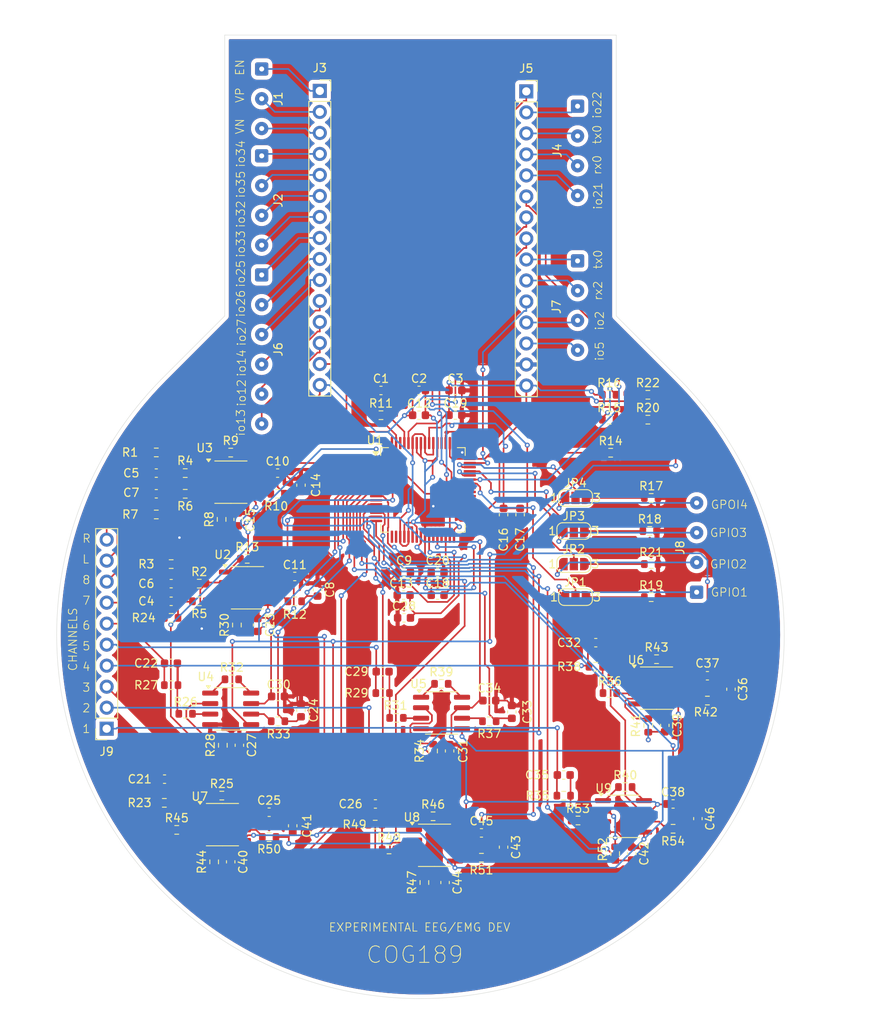
<source format=kicad_pcb>
(kicad_pcb (version 20240108) (generator "pcbnew") (generator_version "8.0")
  (layers (0 "F.Cu" signal) (31 "B.Cu" signal) (34 "B.Paste" user) (35 "F.Paste" user) (36 "B.SilkS" user "B.Silkscreen") (37 "F.SilkS" user "F.Silkscreen") (38 "B.Mask" user) (39 "F.Mask" user) (44 "Edge.Cuts" user))
  (net 0 "")
  (net 1 "in1p")
  (net 2 "electrode_1")
  (net 3 "Net-(C4-Pad2)")
  (net 4 "in2p")
  (net 5 "Net-(C12-Pad2)")
  (net 6 "in3p")
  (net 7 "Net-(U1-VCAP1)")
  (net 8 "Net-(U1-VCAP2)")
  (net 9 "Net-(U1-VCAP3)")
  (net 10 "Net-(U1-VCAP4)")
  (net 11 "Net-(U1-VREFP)")
  (net 12 "Net-(U1-RLDINV)")
  (net 13 "Net-(U1-RLDOUT)")
  (net 14 "Net-(C38-Pad2)")
  (net 15 "in4p")
  (net 16 "Net-(C46-Pad2)")
  (net 17 "in5p")
  (net 18 "Net-(C55-Pad2)")
  (net 19 "Net-(C57-Pad2)")
  (net 20 "in6p")
  (net 21 "Net-(C65-Pad2)")
  (net 22 "Net-(C66-Pad2)")
  (net 23 "in7p")
  (net 24 "Net-(C73-Pad2)")
  (net 25 "Net-(C74-Pad2)")
  (net 26 "in8p")
  (net 27 "en")
  (net 28 "vn")
  (net 29 "vp")
  (net 30 "io33")
  (net 31 "io32")
  (net 32 "io35")
  (net 33 "io34")
  (net 34 "io14")
  (net 35 "io12")
  (net 36 "io26")
  (net 37 "io13")
  (net 38 "io27")
  (net 39 "io25")
  (net 40 "io22")
  (net 41 "tx0")
  (net 42 "io2")
  (net 43 "rx2")
  (net 44 "MISO")
  (net 45 "rx0")
  (net 46 "DRDY")
  (net 47 "io21")
  (net 48 "MOSI")
  (net 49 "CS")
  (net 50 "tx2")
  (net 51 "io15")
  (net 52 "Net-(R1-Pad1)")
  (net 53 "Net-(R1-Pad2)")
  (net 54 "Net-(R2-Pad1)")
  (net 55 "Net-(U3--)")
  (net 56 "Net-(R7-Pad1)")
  (net 57 "Net-(R7-Pad2)")
  (net 58 "Net-(U2--)")
  (net 59 "Net-(U2-+)")
  (net 60 "Net-(R11-Pad1)")
  (net 61 "Net-(R16-Pad2)")
  (net 62 "Net-(R16-Pad1)")
  (net 63 "Net-(U4--)")
  (net 64 "Net-(U4-+)")
  (net 65 "Net-(R20-Pad1)")
  (net 66 "GND")
  (net 67 "+5V")
  (net 68 "Net-(U3-+)")
  (net 69 "Net-(R37-Pad1)")
  (net 70 "Net-(R37-Pad2)")
  (net 71 "Net-(U5--)")
  (net 72 "Net-(U5-+)")
  (net 73 "Net-(R41-Pad1)")
  (net 74 "Net-(R46-Pad2)")
  (net 75 "Net-(R46-Pad1)")
  (net 76 "Net-(U6--)")
  (net 77 "Net-(U6-+)")
  (net 78 "Net-(R50-Pad1)")
  (net 79 "Net-(R55-Pad2)")
  (net 80 "Net-(R55-Pad1)")
  (net 81 "Net-(U7--)")
  (net 82 "Net-(U7-+)")
  (net 83 "Net-(R59-Pad1)")
  (net 84 "Net-(R64-Pad1)")
  (net 85 "Net-(R64-Pad2)")
  (net 86 "Net-(U8--)")
  (net 87 "Net-(U8-+)")
  (net 88 "Net-(R68-Pad1)")
  (net 89 "Net-(R73-Pad2)")
  (net 90 "Net-(R73-Pad1)")
  (net 91 "Net-(U9--)")
  (net 92 "Net-(U9-+)")
  (net 93 "Net-(R77-Pad1)")
  (net 94 "+3V3")
  (net 96 "gpio2ADS")
  (net 97 "SCLK")
  (net 98 "gpio4ADS")
  (net 99 "gpio3ADS")
  (net 101 "gpio1ADS")
  (net 104 "Net-(JP1-B)")
  (net 105 "Net-(JP2-B)")
  (net 106 "Net-(JP3-B)")
  (net 107 "Net-(JP4-B)")
  (net 108 "pin4")
  (net 109 "pin3")
  (net 110 "pin2")
  (net 111 "pin1")
  (net 112 "in1n")
  (net 113 "electrode_2")
  (net 114 "in2n")
  (net 115 "electrode_3")
  (net 116 "in3n")
  (net 117 "electrode_4")
  (net 118 "in4n")
  (net 119 "electrode_5")
  (net 120 "in5n")
  (net 121 "electrode_6")
  (net 122 "ref_electrodeL")
  (net 123 "electrode_7")
  (net 124 "in7n")
  (net 125 "ref_electrodeR")
  (net 126 "electrode_8")
  (net 127 "in8n")
  (net 128 "in6n")
  (net 129 "+1V65")
  (net 130 "+2V5")
  (net 134 "GNDA")
  (net 135 "gnd")
  (footprint "Resistor_SMD:R_0603_1608Metric" (layer "F.Cu") (at 108.475 141.635)
    (property "Reference" "R45")
    (property "Value" "10k")
  )
  (footprint "Resistor_SMD:R_0603_1608Metric" (layer "F.Cu") (at 107.8 124.135)
    (property "Reference" "R27")
    (property "Value" "51k")
  )
  (footprint "Resistor_SMD:R_0603_1608Metric" (layer "F.Cu") (at 109.55 127.595)
    (property "Reference" "R26")
    (property "Value" "10k")
  )
  (footprint "Capacitor_SMD:C_0603_1608Metric" (layer "F.Cu") (at 168.5 138.5)
    (property "Reference" "C38")
    (property "Value" ".1u")
  )
  (footprint "Resistor_SMD:R_0603_1608Metric" (layer "F.Cu") (at 115.135 123.43)
    (property "Reference" "R32")
    (property "Value" "10k")
  )
  (footprint "Capacitor_SMD:C_0603_1608Metric" (layer "F.Cu") (at 145.325 142)
    (property "Reference" "C45")
    (property "Value" ".1u")
  )
  (footprint "Resistor_SMD:R_0603_1608Metric" (layer "F.Cu") (at 106 103.5)
    (property "Reference" "R7")
    (property "Value" "51k")
  )
  (footprint "Resistor_SMD:R_0603_1608Metric" (layer "F.Cu") (at 162.715 136.455)
    (property "Reference" "R40")
    (property "Value" "10k")
  )
  (footprint "Resistor_SMD:R_0603_1608Metric" (layer "F.Cu") (at 139.475 139.99)
    (property "Reference" "R46")
    (property "Value" "10k")
  )
  (footprint "Resistor_SMD:R_0603_1608Metric" (layer "F.Cu") (at 157 140.5)
    (property "Reference" "R53")
    (property "Value" "10k")
  )
  (footprint "Capacitor_SMD:C_0603_1608Metric" (layer "F.Cu") (at 142.175 91.49)
    (property "Reference" "C19")
    (property "Value" ".1u")
  )
  (footprint "Capacitor_SMD:C_0603_1608Metric" (layer "F.Cu") (at 106 98.5)
    (property "Reference" "C5")
    (property "Value" "47n")
  )
  (footprint "Connector_PinSocket_2.54mm:PinSocket_1x10_P2.54mm_Vertical" (layer "F.Cu") (at 100 129.4 180)
    (property "Reference" "J9")
    (property "Value" "Conn_01x10")
  )
  (footprint "Capacitor_SMD:C_0603_1608Metric" (layer "F.Cu") (at 120.725 125.5)
    (property "Reference" "C30")
    (property "Value" ".1u")
  )
  (footprint "Resistor_SMD:R_0603_1608Metric" (layer "F.Cu") (at 107.8 109.5)
    (property "Reference" "R3")
    (property "Value" "51k")
  )
  (footprint "Package_SO:SOIC-8_3.9x4.9mm_P1.27mm" (layer "F.Cu") (at 162.5 140)
    (property "Reference" "U9")
    (property "Value" "INA128U")
  )
  (footprint "Capacitor_SMD:C_0603_1608Metric" (layer "F.Cu") (at 115 145.5 90)
    (property "Reference" "C40")
    (property "Value" "1u")
  )
  (footprint "Package_QFP:TQFP-64_10x10mm_P0.5mm" (layer "F.Cu") (at 138.2495 100.53)
    (property "Reference" "U1")
    (property "Value" "ADS1299IPAG")
  )
  (footprint "Package_SO:SOIC-8_3.9x4.9mm_P1.27mm" (layer "F.Cu") (at 140.5 127.5)
    (property "Reference" "U5")
    (property "Value" "INA128U")
  )
  (footprint "Connector_Wire:SolderWire-0.1sqmm_1x04_P3.6mm_D0.4mm_OD1mm" (layer "F.Cu") (at 156.95 72.84 -90)
    (property "Reference" "J7")
    (property "Value" "ESP32-R2")
  )
  (footprint "Resistor_SMD:R_0603_1608Metric" (layer "F.Cu") (at 172.65 126)
    (property "Reference" "R42")
    (property "Value" "1.5k")
  )
  (footprint "Capacitor_SMD:C_0603_1608Metric" (layer "F.Cu") (at 146.275 126)
    (property "Reference" "C34")
    (property "Value" ".1u")
  )
  (footprint "Capacitor_SMD:C_0603_1608Metric" (layer "F.Cu") (at 163.5 144.5 90)
    (property "Reference" "C42")
    (property "Value" "1u")
  )
  (footprint "Capacitor_SMD:C_0603_1608Metric" (layer "F.Cu") (at 119.65 139.5)
    (property "Reference" "C25")
    (property "Value" ".1u")
  )
  (footprint "Resistor_SMD:R_0603_1608Metric" (layer "F.Cu") (at 165.85 109.5)
    (property "Reference" "R21")
    (property "Value" "10k")
  )
  (footprint "Resistor_SMD:R_0603_1608Metric" (layer "F.Cu") (at 146.275 128.5)
    (property "Reference" "R37")
    (property "Value" "1.5k")
  )
  (footprint "Connector_PinSocket_2.54mm:PinSocket_1x15_P2.54mm_Vertical" (layer "F.Cu") (at 125.7745 52.29)
    (property "Reference" "J3")
    (property "Value" "ESP32_Left")
  )
  (footprint "Capacitor_SMD:C_0603_1608Metric" (layer "F.Cu") (at 141.475 132.095 90)
    (property "Reference" "C31")
    (property "Value" "1u")
  )
  (footprint "Jumper:SolderJumper-3_P1.3mm_Open_RoundedPad1.0x1.5mm_NumberLabels" (layer "F.Cu") (at 156.7 101.5)
    (property "Reference" "JP4")
    (property "Value" "SJ_3_Opn")
  )
  (footprint "Resistor_SMD:R_0603_1608Metric" (layer "F.Cu") (at 138.425 148 -90)
    (property "Reference" "R47")
    (property "Value" "1.5k")
  )
  (footprint "Jumper:SolderJumper-3_P1.3mm_Open_RoundedPad1.0x1.5mm_NumberLabels" (layer "F.Cu") (at 156.7 113.5)
    (property "Reference" "JP1")
    (property "Value" "SJ_3_Opn")
  )
  (footprint "Capacitor_SMD:C_0603_1608Metric" (layer "F.Cu") (at 167.5 129 90)
    (property "Reference" "C39")
    (property "Value" "1u")
  )
  (footprint "Resistor_SMD:R_0603_1608Metric" (layer "F.Cu") (at 120.725 128.5)
    (property "Reference" "R33")
    (property "Value" "1.5k")
  )
  (footprint "Capacitor_SMD:C_0603_1608Metric" (layer "F.Cu") (at 133.375 122.5)
    (property "Reference" "C29")
    (property "Value" "47n")
  )
  (footprint "Resistor_SMD:R_0603_1608Metric" (layer "F.Cu") (at 139.475 132.095 -90)
    (property "Reference" "R34")
    (property "Value" "1.5k")
  )
  (footprint "Package_SO:SOIC-8_3.9x4.9mm_P1.27mm" (layer "F.Cu") (at 117.025 112.365)
    (property "Reference" "U2")
    (property "Value" "INA128U")
  )
  (footprint "Resistor_SMD:R_0603_1608Metric" (layer "F.Cu") (at 133.175 91.5)
    (property "Reference" "R11")
    (property "Value" "1M")
  )
  (footprint "Resistor_SMD:R_0603_1608Metric" (layer "F.Cu") (at 155.275 137.5)
    (property "Reference" "R35")
    (property "Value" "51k")
  )
  (footprint "Resistor_SMD:R_0603_1608Metric" (layer "F.Cu") (at 109.5 98.5)
    (property "Reference" "R4")
    (property "Value" "10k")
  )
  (footprint "Capacitor_SMD:C_0603_1608Metric" (layer "F.Cu") (at 107.775 121.5)
    (property "Reference" "C22")
    (property "Value" "47n")
  )
  (footprint "Package_SO:SOIC-8_3.9x4.9mm_P1.27mm" (layer "F.Cu") (at 115.025 99.595)
    (property "Reference" "U3")
    (property "Value" "INA128U")
  )
  (footprint "Capacitor_SMD:C_0603_1608Metric" (layer "F.Cu") (at 159.15 119)
    (property "Reference" "C32")
    (property "Value" "47n")
  )
  (footprint "Capacitor_SMD:C_0603_1608Metric" (layer "F.Cu") (at 132.5 138.5)
    (property "Reference" "C26")
    (property "Value" "47n")
  )
  (footprint "Capacitor_SMD:C_0603_1608Metric" (layer "F.Cu") (at 137.775 88.5)
    (property "Reference" "C2")
    (property "Value" "1u")
  )
  (footprint "Resistor_SMD:R_0603_1608Metric" (layer "F.Cu") (at 106 96)
    (property "Reference" "R1")
    (property "Value" "51k")
  )
  (footprint "Jumper:SolderJumper-3_P1.3mm_Open_RoundedPad1.0x1.5mm_NumberLabels" (layer "F.Cu") (at 156.5 109.5)
    (property "Reference" "JP2")
    (property "Value" "SJ_3_Opn")
  )
  (footprint "Capacitor_SMD:C_0603_1608Metric" (layer "F.Cu") (at 140.0245 113.25)
    (property "Reference" "C18")
    (property "Value" "1u")
  )
  (footprint "Resistor_SMD:R_0603_1608Metric" (layer "F.Cu") (at 134.15 144)
    (property "Reference" "R48")
    (property "Value" "10k")
  )
  (footprint "Capacitor_SMD:C_0603_1608Metric" (layer "F.Cu") (at 118.25 116.865 90)
    (property "Reference" "C23")
    (property "Value" "1u")
  )
  (footprint "Resistor_SMD:R_0603_1608Metric" (layer "F.Cu") (at 111.2 114)
    (property "Reference" "R5")
    (property "Value" "10k")
  )
  (footprint "Capacitor_SMD:C_0603_1608Metric" (layer "F.Cu") (at 135.912 113.25)
    (property "Reference" "C13")
    (property "Value" "10u")
  )
  (footprint "Resistor_SMD:R_0603_1608Metric" (layer "F.Cu") (at 160.85 125.095)
    (property "Reference" "R36")
    (property "Value" "10k")
  )
  (footprint "Resistor_SMD:R_0603_1608Metric" (layer "F.Cu") (at 165.45 89.03)
    (property "Reference" "R22")
    (property "Value" "10k")
  )
  (footprint "Resistor_SMD:R_0603_1608Metric" (layer "F.Cu") (at 106.975 138.365)
    (property "Reference" "R23")
    (property "Value" "51k")
  )
  (footprint "Resistor_SMD:R_0603_1608Metric" (layer "F.Cu") (at 159.15 121.905)
    (property "Reference" "R38")
    (property "Value" "51k")
  )
  (footprint "Resistor_SMD:R_0603_1608Metric" (layer "F.Cu") (at 109.5 101)
    (property "Reference" "R6")
    (property "Value" "10k")
  )
  (footprint "Resistor_SMD:R_0603_1608Metric" (layer "F.Cu") (at 114.05 131.405 -90)
    (property "Reference" "R28")
    (property "Value" "1.5k")
  )
  (footprint "Resistor_SMD:R_0603_1608Metric" (layer "F.Cu") (at 120.675 101)
    (property "Reference" "R10")
    (property "Value" "630")
  )
  (footprint "Capacitor_SMD:C_0603_1608Metric" (layer "F.Cu") (at 135.962 116)
    (property "Reference" "C28")
    (property "Value" ".1u")
  )
  (footprint "Resistor_SMD:R_0603_1608Metric" (layer "F.Cu") (at 113.925 137.49)
    (property "Reference" "R25")
    (property "Value" "10k")
  )
  (footprint "Resistor_SMD:R_0603_1608Metric" (layer "F.Cu") (at 140.475 123.98)
    (property "Reference" "R39")
    (property "Value" "10k")
  )
  (footprint "Package_SO:SOIC-8_3.9x4.9mm_P1.27mm" (layer "F.Cu") (at 114 141)
    (property "Reference" "U7")
    (property "Value" "INA128U")
  )
  (footprint "Capacitor_SMD:C_0603_1608Metric" (layer "F.Cu") (at 175.5 124.63 90)
    (property "Reference" "C36")
    (property "Value" "1u")
  )
  (footprint "Capacitor_SMD:C_0603_1608Metric" (layer "F.Cu") (at 106 101)
    (property "Reference" "C7")
    (property "Value" "47n")
  )
  (footprint "Resistor_SMD:R_0603_1608Metric" (layer "F.Cu") (at 107.8 116)
    (property "Reference" "R24")
    (property "Value" "51k")
  )
  (footprint "Resistor_SMD:R_0603_1608Metric" (layer "F.Cu") (at 165.5 129 -90)
    (property "Reference" "R41")
    (property "Value" "1.5k")
  )
  (footprint "Capacitor_SMD:C_0603_1608Metric" (layer "F.Cu") (at 115.9 104.095 90)
    (property "Reference" "C15")
    (property "Value" "1u")
  )
  (footprint "Capacitor_SMD:C_0603_1608Metric" (layer "F.Cu") (at 122.75 111)
    (property "Reference" "C11")
    (property "Value" ".1u")
  )
  (footprint "Capacitor_SMD:C_0603_1608Metric" (layer "F.Cu") (at 171.5 140.275 90)
    (property "Reference" "C46")
    (property "Value" "1u")
  )
  (footprint "Package_SO:SOIC-8_3.9x4.9mm_P1.27mm" (layer "F.Cu") (at 115 127)
    (property "Reference" "U4")
    (property "Value" "INA128U")
  )
  (footprint "Capacitor_SMD:C_0603_1608Metric" (layer "F.Cu") (at 133.175 88.51)
    (property "Reference" "C1")
    (property "Value" "1.5n")
  )
  (footprint "Capacitor_SMD:C_0603_1608Metric" (layer "F.Cu") (at 142.175 88.5)
    (property "Reference" "C3")
    (property "Value" "1u")
  )
  (footprint "Capacitor_SMD:C_0603_1608Metric" (layer "F.Cu") (at 155.275 135)
    (property "Reference" "C35")
    (property "Value" "47n")
  )
  (footprint "Capacitor_SMD:C_0603_1608Metric" (layer "F.Cu") (at 125.5 112.59 90)
    (property "Reference" "C8")
    (property "Value" "1u")
  )
  (footprint "Capacitor_SMD:C_0603_1608Metric" (layer "F.Cu") (at 123.5 127.185 90)
    (property "Reference" "C24")
    (property "Value" "1u")
  )
  (footprint "Capacitor_SMD:C_0603_1608Metric" (layer "F.Cu") (at 120.675 98.5)
    (property "Reference" "C10")
    (property "Value" ".1u")
  )
  (footprint "Capacitor_SMD:C_0603_1608Metric" (layer "F.Cu") (at 148 143.725 90)
    (property "Reference" "C43")
    (property "Value" "1u")
  )
  (footprint "Connector_Wire:SolderWire-0.1sqmm_1x04_P3.6mm_D0.4mm_OD1mm" (layer "F.Cu") (at 171.35 112.9 90)
    (property "Reference" "J8")
    (property "Value" "gpioADS")
  )
  (footprint "Resistor_SMD:R_0603_1608Metric" (layer "F.Cu") (at 135.05 128.095)
    (property "Reference" "R31")
    (property "Value" "10k")
  )
  (footprint "Connector_PinSocket_2.54mm:PinSocket_1x15_P2.54mm_Vertical" (layer "F.Cu") (at 150.7495 52.35)
    (property "Reference" "J5")
    (property "Value" "ESP32_Right")
  )
  (footprint "Resistor_SMD:R_0603_1608Metric" (layer "F.Cu") (at 145.325 145)
    (property "Reference" "R51")
    (property "Value" "1.5k")
  )
  (footprint "Capacitor_SMD:C_0603_1608Metric" (layer "F.Cu") (at 107 135.5)
    (property "Reference" "C21")
    (property "Value" "47n")
  )
  (footprint "Package_SO:SOIC-8_3.9x4.9mm_P1.27mm" (layer "F.Cu") (at 166.5 124.5)
    (property "Reference" "U6")
    (property "Value" "INA128U")
  )
  (footprint "Capacitor_SMD:C_0603_1608Metric" (layer "F.Cu") (at 107.8 114)
    (property "Reference" "C4")
    (property "Value" "47n")
  )
  (footprint "Resistor_SMD:R_0603_1608Metric" (layer "F.Cu") (at 132.475 141)
    (property "Reference" "R49")
    (property "Value" "51k")
  )
  (footprint "Resistor_SMD:R_0603_1608Metric" (layer "F.Cu") (at 165.85 113.5)
    (property "Reference" "R19")
    (property "Value" "10k")
  )
  (footprint "Capacitor_SMD:C_0603_1608Metric" (layer "F.Cu") (at 137.775 91.5)
    (property "Reference" "C12")
    (property "Value" ".1u")
  )
  (footprint "Resistor_SMD:R_0603_1608Metric" (layer "F.Cu") (at 161.5 144.5 -90)
    (property "Reference" "R52")
    (property "Value" "1.5k")
  )
  (footprint "Resistor_SMD:R_0603_1608Metric" (layer "F.Cu") (at 165.675 105.5)
    (property "Reference" "R18")
    (property "Value" "10k")
  )
  (footprint "Capacitor_SMD:C_0603_1608Metric" (layer "F.Cu") (at 148 103.54 90)
    (property "Reference" "C16")
    (property "Value" ".1u")
  )
  (footprint "Capacitor_SMD:C_0603_1608Metric" (layer "F.Cu") (at 149 127.37 90)
    (property "Reference" "C33")
    (property "Value" "1u")
  )
  (footprint "Connector_Wire:SolderWire-0.1sqmm_1x03_P3.6mm_D0.4mm_OD1mm" (layer "F.Cu") (at 118.7495 49.64 -90)
    (property "Reference" "J1")
    (property "Value" "ESP32-L")
  )
  (footprint "Resistor_SMD:R_0603_1608Metric" (layer "F.Cu") (at 122.75 114)
    (property "Reference" "R12")
    (property "Value" "630")
  )
  (footprint "Capacitor_SMD:C_0603_1608Metric" (layer "F.Cu") (at 122.5 141.14 90)
    (property "Reference" "C41")
    (property "Value" "1u")
  )
  (footprint "Resistor_SMD:R_0603_1608Metric" (layer "F.Cu") (at 111.2 111.865)
    (property "Reference" "R2")
    (property "Value" "10k")
  )
  (footprint "Resistor_SMD:R_0603_1608Metric" (layer "F.Cu") (at 119.65 142.5)
    (property "Reference" "R50")
    (property "Value" "1.5k")
  )
  (footprint "Capacitor_SMD:C_0603_1608Metric" (layer "F.Cu") (at 172.65 123)
    (property "Reference" "C37")
    (property "Value" ".1u")
  )
  (footprint "Resistor_SMD:R_0603_1608Metric" (layer "F.Cu") (at 117 108.865)
    (property "Reference" "R13")
    (property "Value" "10k")
  )
  (footprint "Resistor_SMD:R_0603_1608Metric" (layer "F.Cu") (at 165.45 92.04)
    (property "Reference" "R20")
    (property "Value" "10k")
  )
  (footprint "Capacitor_SMD:C_0603_1608Metric" (layer "F.Cu") (at 116.05 131.405 90)
    (property "Reference" "C27")
    (property "Value" "1u")
  )
  (footprint "Capacitor_SMD:C_0603_1608Metric" (layer "F.Cu") (at 150 103.54 90)
    (property "Reference" "C17")
    (property "Value" "1u")
  )
  (footprint "Resistor_SMD:R_0603_1608Metric" (layer "F.Cu") (at 160.95 96.04)
    (property "Reference" "R14")
    (property "Value" "10k")
  )
  (footprint "Resistor_SMD:R_0603_1608Metric" (layer "F.Cu") (at 115 96.02)
    (property "Reference" "R9")
    (property "Value" "10k")
  )
  (footprint "Resistor_SMD:R_0603_1608Metric" (layer "F.Cu") (at 133.375 125.095)
    (property "Reference" "R29")
    (property "Value" "51k")
  )
  (footprint "Jumper:SolderJumper-3_P1.3mm_Open_RoundedPad1.0x1.5mm_NumberLabels" (layer "F.Cu") (at 156.5 105.5)
    (property "Reference" "JP3")
    (property "Value" "SJ_3_Opn")
  )
  (footprint "Resistor_SMD:R_0603_1608Metric" (layer "F.Cu") (at 115.75 116.865 -90)
    (property "Reference" "R30")
    (property "Value" "630")
  )
  (footprint "Capacitor_SMD:C_0603_1608Metric" (layer "F.Cu") (at 123.5 99.96 90)
    (property "Reference" "C14")
    (property "Value" "1u")
  )
  (footprint "Capacitor_SMD:C_0603_1608Metric" (layer "F.Cu") (at 140.925 148 90)
    (property "Reference" "C44")
    (property "Value" "1u")
  )
  (footprint "Capacitor_SMD:C_0603_1608Metric" (layer "F.Cu") (at 140.0245 110.5)
    (property "Reference" "C20")
    (property "Value" "100u")
  )
  (footprint "Package_SO:SOIC-8_3.9x4.9mm_P1.27mm" (layer "F.Cu") (at 139.65 143.5)
    (property "Reference" "U8")
    (property "Value" "INA128U")
  )
  (footprint "Capacitor_SMD:C_0603_1608Metric" (layer "F.Cu") (at 107.8 111.865)
    (property "Reference" "C6")
    (property "Value" "47n")
  )
  (footprint "Resistor_SMD:R_0603_1608Metric" (layer "F.Cu") (at 166.5 121)
    (property "Reference" "R43")
    (property "Value" "10k")
  )
  (footprint "Resistor_SMD:R_0603_1608Metric" (layer "F.Cu") (at 165.85 101.5)
    (property "Reference" "R17")
    (property "Value" "10k")
  )
  (footprint "Connector_Wire:SolderWire-0.1sqmm_1x06_P3.6mm_D0.4mm_OD1mm" (layer "F.Cu") (at 118.7495 74.54 -90)
    (property "Reference" "J6")
    (property "Value" "ESP32-L2")
  )
  (footprint "Connector_Wire:SolderWire-0.1sqmm_1x04_P3.6mm_D0.4mm_OD1mm" (layer "F.Cu") (at 156.95 54.14 -90)
    (property "Reference" "J4")
    (property "Value" "ESP32-R")
  )
  (footprint "Connector_Wire:SolderWire-0.1sqmm_1x04_P3.6mm_D0.4mm_OD1mm" (layer "F.Cu") (at 118.7495 60.14 -90)
    (property "Reference" "J2")
    (property "Value" "ESP32-L3")
  )
  (footprint "Capacitor_SMD:C_0603_1608Metric" (layer "F.Cu") (at 135.962 110.5)
    (property "Reference" "C9")
    (property "Value" "1u")
  )
  (footprint "Resistor_SMD:R_0603_1608Metric" (layer "F.Cu") (at 113 145.5 -90)
    (property "Reference" "R44")
    (property "Value" "1.5k")
  )
  (footprint "Resistor_SMD:R_0603_1608Metric" (layer "F.Cu") (at 160.775 92.04)
    (property "Reference" "R15")
    (property "Value" "10k")
  )
  (footprint "Resistor_SMD:R_0603_1608Metric" (layer "F.Cu") (at 113.9 104.095 -90)
    (property "Reference" "R8")
    (property "Value" "630")
  )
  (footprint "Resistor_SMD:R_0603_1608Metric" (layer "F.Cu") (at 168.5 141.5)
    (property "Reference" "R54")
    (property "Value" "1.5k")
  )
  (footprint "Resistor_SMD:R_0603_1608Metric" (layer "F.Cu") (at 160.775 89.03)
    (property "Reference" "R16")
    (property "Value" "10k")
  )
  (gr_line (start 161.626014 45.54) (end 161.626014 79.5) (stroke (width 0.05)) (layer "Edge.Cuts"))
  (gr_line (start 169.058007 86.931993) (end 161.626014 79.5) (stroke (width 0.05)) (layer "Edge.Cuts"))
  (gr_line (start 161.626014 45.54) (end 114.273986 45.54) (stroke (width 0.05)) (layer "Edge.Cuts"))
  (gr_line (start 114.273986 79.5) (end 114.273986 45.54) (stroke (width 0.05)) (layer "Edge.Cuts"))
  (gr_line (start 106.841993 86.931993) (end 114.273986 79.5) (stroke (width 0.05)) (layer "Edge.Cuts"))
  (gr_arc (start 169.058007 86.931993) (mid 137.95 162.033365) (end 106.841993 86.931993) (stroke (width 0.05)) (layer "Edge.Cuts"))
  (gr_text "GPIO3" (at 172.9 106.3 0) (layer "F.SilkS") (effects (font (size 1 1) (thickness 0.1)) (justify left bottom)))
  (gr_text "io33" (at 116.8 72.5 90) (layer "F.SilkS") (effects (font (size 1 1) (thickness 0.1)) (justify left bottom)))
  (gr_text "VN" (at 116.7 57.6 90) (layer "F.SilkS") (effects (font (size 1 1) (thickness 0.1)) (justify left bottom)))
  (gr_text "1" (at 97 130 0) (layer "F.SilkS") (effects (font (size 1 1) (thickness 0.1)) (justify left bottom)))
  (gr_text "rx2" (at 160 77.7 90) (layer "F.SilkS") (effects (font (size 1 1) (thickness 0.1)) (justify left bottom)))
  (gr_text "3" (at 97 125 0) (layer "F.SilkS") (effects (font (size 1 1) (thickness 0.1)) (justify left bottom)))
  (gr_text "tx0" (at 159.9 58.8 90) (layer "F.SilkS") (effects (font (size 1 1) (thickness 0.1)) (justify left bottom)))
  (gr_text "rx0" (at 159.9 62.5 90) (layer "F.SilkS") (effects (font (size 1 1) (thickness 0.1)) (justify left bottom)))
  (gr_text "5" (at 97 120 0) (layer "F.SilkS") (effects (font (size 1 1) (thickness 0.1)) (justify left bottom)))
  (gr_text "EXPERIMENTAL EEG/EMG DEV" (at 126.8 154 0) (layer "F.SilkS") (effects (font (size 1 1) (thickness 0.1)) (justify left bottom)))
  (gr_text "io34" (at 116.8 61.6 90) (layer "F.SilkS") (effects (font (size 1 1) (thickness 0.1)) (justify left bottom)))
  (gr_text "io32" (at 116.8 68.9 90) (layer "F.SilkS") (effects (font (size 1 1) (thickness 0.1)) (justify left bottom)))
  (gr_text "GPIO1" (at 173 113.5 0) (layer "F.SilkS") (effects (font (size 1 1) (thickness 0.1)) (justify left bottom)))
  (gr_text "io5" (at 160.2 85 90) (layer "F.SilkS") (effects (font (size 1 1) (thickness 0.1)) (justify left bottom)))
  (gr_text "EN" (at 116.7 50.5 90) (layer "F.SilkS") (effects (font (size 1 1) (thickness 0.1)) (justify left bottom)))
  (gr_text "4" (at 97 122.5 0) (layer "F.SilkS") (effects (font (size 1 1) (thickness 0.1)) (justify left bottom)))
  (gr_text "io21" (at 160 66.7 90) (layer "F.SilkS") (effects (font (size 1 1) (thickness 0.1)) (justify left bottom)))
  (gr_text "COG189" (at 131.3 157.9 0) (layer "F.SilkS") (effects (font (size 2 2) (thickness 0.1)) (justify left bottom)))
  (gr_text "2" (at 97 127.5 0) (layer "F.SilkS") (effects (font (size 1 1) (thickness 0.1)) (justify left bottom)))
  (gr_text "io35" (at 116.8 65.3 90) (layer "F.SilkS") (effects (font (size 1 1) (thickness 0.1)) (justify left bottom)))
  (gr_text "GPIO2" (at 172.9 110.1 0) (layer "F.SilkS") (effects (font (size 1 1) (thickness 0.1)) (justify left bottom)))
  (gr_text "io22" (at 159.9 55.7 90) (layer "F.SilkS") (effects (font (size 1 1) (thickness 0.1)) (justify left bottom)))
  (gr_text "io12" (at 116.9 90.5 90) (layer "F.SilkS") (effects (font (size 1 1) (thickness 0.1)) (justify left bottom)))
  (gr_text "io13" (at 116.8 94.1 90) (layer "F.SilkS") (effects (font (size 1 1) (thickness 0.1)) (justify left bottom)))
  (gr_text "io27" (at 116.9 83.2 90) (layer "F.SilkS") (effects (font (size 1 1) (thickness 0.1)) (justify left bottom)))
  (gr_text "7" (at 97 114.5 0) (layer "F.SilkS") (effects (font (size 1 1) (thickness 0.1)) (justify left bottom)))
  (gr_text "io25" (at 116.8 76.1 90) (layer "F.SilkS") (effects (font (size 1 1) (thickness 0.1)) (justify left bottom)))
  (gr_text "GPOI4" (at 173 102.9 0) (layer "F.SilkS") (effects (font (size 1 1) (thickness 0.1)) (justify left bottom)))
  (gr_text "8" (at 97 112 0) (layer "F.SilkS") (effects (font (size 1 1) (thickness 0.1)) (justify left bottom)))
  (gr_text "6" (at 97 117.5 0) (layer "F.SilkS") (effects (font (size 1 1) (thickness 0.1)) (justify left bottom)))
  (gr_text "io2" (at 160.2 81.3 90) (layer "F.SilkS") (effects (font (size 1 1) (thickness 0.1)) (justify left bottom)))
  (gr_text "tx0" (at 160 73.9 90) (layer "F.SilkS") (effects (font (size 1 1) (thickness 0.1)) (justify left bottom)))
  (gr_text "CHANNELS" (at 96.5 122.5 90) (layer "F.SilkS") (effects (font (size 1 1) (thickness 0.1)) (justify left bottom)))
  (gr_text "L" (at 97 109.5 0) (layer "F.SilkS") (effects (font (size 1 1) (thickness 0.1)) (justify left bottom)))
  (gr_text "R" (at 97 107 0) (layer "F.SilkS") (effects (font (size 1 1) (thickness 0.1)) (justify left bottom)))
  (gr_text "io26" (at 116.8 79.7 90) (layer "F.SilkS") (effects (font (size 1 1) (thickness 0.1)) (justify left bottom)))
  (gr_text "VP" (at 116.7 53.8 90) (layer "F.SilkS") (effects (font (size 1 1) (thickness 0.1)) (justify left bottom)))
  (gr_text "io14" (at 116.9 86.9 90) (layer "F.SilkS") (effects (font (size 1 1) (thickness 0.1)) (justify left bottom)))
  (segment (start 169.775 141.05) (end 169.325 141.5) (width 0.2) (layer "F.Cu") (net 1))
  (segment (start 133.5237 107.0559) (end 133.5237 109.3521) (width 0.2) (layer "F.Cu") (net 1))
  (segment (start 168.5 140.675) (end 168.5 131.4447) (width 0.2) (layer "F.Cu") (net 1))
  (segment (start 171.5 141.05) (end 169.775 141.05) (width 0.2) (layer "F.Cu") (net 1))
  (segment (start 169.325 141.5) (end 168.5 140.675) (width 0.2) (layer "F.Cu") (net 1))
  (segment (start 132.587 106.1192) (end 133.5237 107.0559) (width 0.2) (layer "F.Cu") (net 1))
  (segment (start 132.587 104.28) (end 132.587 106.1192) (width 0.2) (layer "F.Cu") (net 1))
  (via (at 133.5237 109.3521) (size 0.6) (drill 0.3) (layers "F.Cu" "B.Cu") (net 1))
  (via (at 168.5 131.4447) (size 0.6) (drill 0.3) (layers "F.Cu" "B.Cu") (net 1))
  (segment (start 135.4714 110.9809) (end 148.0362 110.9809) (width 0.2) (layer "B.Cu") (net 1))
  (segment (start 133.8426 109.3521) (end 135.4714 110.9809) (width 0.2) (layer "B.Cu") (net 1))
  (segment (start 133.5237 109.3521) (end 133.8426 109.3521) (width 0.2) (layer "B.Cu") (net 1))
  (segment (start 148.0362 110.9809) (end 168.5 131.4447) (width 0.2) (layer "B.Cu") (net 1))
  (segment (start 154.5 135) (end 154.5 129.2997) (width 0.2) (layer "F.Cu") (net 2))
  (segment (start 154.5 135) (end 154.45 135.05) (width 0.2) (layer "F.Cu") (net 2))
  (segment (start 154.45 135.05) (end 154.45 137.5) (width 0.2) (layer "F.Cu") (net 2))
  (via (at 154.5 129.2997) (size 0.6) (drill 0.3) (layers "F.Cu" "B.Cu") (net 2))
  (segment (start 100 129.4) (end 101.1517 129.4) (width 0.2) (layer "B.Cu") (net 2))
  (segment (start 101.252 129.2997) (end 154.5 129.2997) (width 0.2) (layer "B.Cu") (net 2))
  (segment (start 101.1517 129.4) (end 101.252 129.2997) (width 0.2) (layer "B.Cu") (net 2))
  (segment (start 133.3 141) (end 133.3 143.975) (width 0.2) (layer "F.Cu") (net 3))
  (segment (start 133.275 138.5) (end 133.3 138.525) (width 0.2) (layer "F.Cu") (net 3))
  (segment (start 133.3 143.975) (end 133.325 144) (width 0.2) (layer "F.Cu") (net 3))
  (segment (start 133.3 138.525) (end 133.3 141) (width 0.2) (layer "F.Cu") (net 3))
  (segment (start 146.65 144.5) (end 146.15 145) (width 0.2) (layer "F.Cu") (net 4))
  (segment (start 132.587 103.28) (end 133.3807 103.28) (width 0.2) (layer "F.Cu") (net 4))
  (segment (start 151.6116 109.937) (end 151.6116 139.7597) (width 0.2) (layer "F.Cu") (net 4))
  (segment (start 133.6265 103.5258) (end 133.6265 104.6818) (width 0.2) (layer "F.Cu") (net 4))
  (segment (start 133.3807 103.28) (end 133.6265 103.5258) (width 0.2) (layer "F.Cu") (net 4))
  (segment (start 145.3474 144.1974) (end 145.3474 139.7597) (width 0.2) (layer "F.Cu") (net 4))
  (segment (start 133.4027 104.9056) (end 133.4027 106.077) (width 0.2) (layer "F.Cu") (net 4))
  (segment (start 133.6265 104.6818) (end 133.4027 104.9056) (width 0.2) (layer "F.Cu") (net 4))
  (segment (start 146.15 145) (end 145.3474 144.1974) (width 0.2) (layer "F.Cu") (net 4))
  (segment (start 148 144.5) (end 146.65 144.5) (width 0.2) (layer "F.Cu") (net 4))
  (via (at 151.6116 109.937) (size 0.6) (drill 0.3) (layers "F.Cu" "B.Cu") (net 4))
  (via (at 133.4027 106.077) (size 0.6) (drill 0.3) (layers "F.Cu" "B.Cu") (net 4))
  (via (at 151.6116 139.7597) (size 0.6) (drill 0.3) (layers "F.Cu" "B.Cu") (net 4))
  (via (at 145.3474 139.7597) (size 0.6) (drill 0.3) (layers "F.Cu" "B.Cu") (net 4))
  (segment (start 151.6116 139.7597) (end 145.3474 139.7597) (width 0.2) (layer "B.Cu") (net 4))
  (segment (start 151.1369 109.4623) (end 151.6116 109.937) (width 0.2) (layer "B.Cu") (net 4))
  (segment (start 143.69 109.5762) (end 143.8039 109.4623) (width 0.2) (layer "B.Cu") (net 4))
  (segment (start 133.4027 106.077) (end 133.4027 106.9374) (width 0.2) (layer "B.Cu") (net 4))
  (segment (start 136.0415 109.5762) (end 143.69 109.5762) (width 0.2) (layer "B.Cu") (net 4))
  (segment (start 143.8039 109.4623) (end 151.1369 109.4623) (width 0.2) (layer "B.Cu") (net 4))
  (segment (start 133.4027 106.9374) (end 136.0415 109.5762) (width 0.2) (layer "B.Cu") (net 4))
  (segment (start 107.775 135.5) (end 107.8 135.525) (width 0.2) (layer "F.Cu") (net 5))
  (segment (start 107.8 138.365) (end 107.8 141.485) (width 0.2) (layer "F.Cu") (net 5))
  (segment (start 107.8 141.485) (end 107.65 141.635) (width 0.2) (layer "F.Cu") (net 5))
  (segment (start 107.8 135.525) (end 107.8 138.365) (width 0.2) (layer "F.Cu") (net 5))
  (segment (start 131.6718 102.28) (end 132.587 102.28) (width 0.2) (layer "F.Cu") (net 6))
  (segment (start 130.6469 103.3049) (end 131.6718 102.28) (width 0.2) (layer "F.Cu") (net 6))
  (segment (start 134.9754 142.5737) (end 134.9754 125.3015) (width 0.2) (layer "F.Cu") (net 6))
  (segment (start 130.6469 105.6469) (end 130.6469 103.3049) (width 0.2) (layer "F.Cu") (net 6))
  (segment (start 122.5 141.915) (end 122.028 142.387) (width 0.2) (layer "F.Cu") (net 6))
  (segment (start 122.028 142.5) (end 122.028 143.2804) (width 0.2) (layer "F.Cu") (net 6))
  (segment (start 122.028 142.387) (end 122.028 142.5) (width 0.2) (layer "F.Cu") (net 6))
  (segment (start 134.9754 125.3015) (end 143.2929 116.984) (width 0.2) (layer "F.Cu") (net 6))
  (segment (start 122.028 142.5) (end 120.475 142.5) (width 0.2) (layer "F.Cu") (net 6))
  (segment (start 132.3552 108.7924) (end 132.3552 107.3552) (width 0.2) (layer "F.Cu") (net 6))
  (segment (start 143.2929 116.984) (end 143.2929 111.5826) (width 0.2) (layer "F.Cu") (net 6))
  (segment (start 132.3552 107.3552) (end 130.6469 105.6469) (width 0.2) (layer "F.Cu") (net 6))
  (via (at 132.3552 108.7924) (size 0.6) (drill 0.3) (layers "F.Cu" "B.Cu") (net 6))
  (via (at 134.9754 142.5737) (size 0.6) (drill 0.3) (layers "F.Cu" "B.Cu") (net 6))
  (via (at 143.2929 111.5826) (size 0.6) (drill 0.3) (layers "F.Cu" "B.Cu") (net 6))
  (via (at 122.028 143.2804) (size 0.6) (drill 0.3) (layers "F.Cu" "B.Cu") (net 6))
  (segment (start 132.3552 108.7924) (end 132.922 109.3592) (width 0.2) (layer "B.Cu") (net 6))
  (segment (start 133.2746 109.9538) (end 133.8405 109.9538) (width 0.2) (layer "B.Cu") (net 6))
  (segment (start 134.2687 143.2804) (end 134.9754 142.5737) (width 0.2) (layer "B.Cu") (net 6))
  (segment (start 133.8405 109.9538) (end 135.2693 111.3826) (width 0.2) (layer "B.Cu") (net 6))
  (segment (start 132.922 109.6012) (end 133.2746 109.9538) (width 0.2) (layer "B.Cu") (net 6))
  (segment (start 143.0929 111.3826) (end 143.2929 111.5826) (width 0.2) (layer "B.Cu") (net 6))
  (segment (start 135.2693 111.3826) (end 143.0929 111.3826) (width 0.2) (layer "B.Cu") (net 6))
  (segment (start 122.028 143.2804) (end 134.2687 143.2804) (width 0.2) (layer "B.Cu") (net 6))
  (segment (start 132.922 109.3592) (end 132.922 109.6012) (width 0.2) (layer "B.Cu") (net 6))
  (segment (start 139.9995 106.1925) (end 139.9995 107.4353) (width 0.2) (layer "F.Cu") (net 7))
  (segment (start 139.2495 110.5) (end 138.5517 111.1978) (width 0.2) (layer "F.Cu") (net 7))
  (segment (start 138.5517 111.1978) (end 138.5517 112.3861) (width 0.2) (layer "F.Cu") (net 7))
  (segment (start 144.3986 107.4353) (end 144.3986 112.347) (width 0.2) (layer "F.Cu") (net 7))
  (via (at 139.9995 107.4353) (size 0.6) (drill 0.3) (layers "F.Cu" "B.Cu") (net 7))
  (via (at 138.5517 112.3861) (size 0.6) (drill 0.3) (layers "F.Cu" "B.Cu") (net 7))
  (via (at 144.3986 107.4353) (size 0.6) (drill 0.3) (layers "F.Cu" "B.Cu") (net 7))
  (via (at 144.3986 112.347) (size 0.6) (drill 0.3) (layers "F.Cu" "B.Cu") (net 7))
  (segment (start 138.7517 112.5861) (end 138.5517 112.3861) (width 0.2) (layer "B.Cu") (net 7))
  (segment (start 144.3986 107.4353) (end 139.9995 107.4353) (width 0.2) (layer "B.Cu") (net 7))
  (segment (start 144.3986 112.347) (end 144.1595 112.5861) (width 0.2) (layer "B.Cu") (net 7))
  (segment (start 144.1595 112.5861) (end 138.7517 112.5861) (width 0.2) (layer "B.Cu") (net 7))
  (segment (start 140.9995 108.5342) (end 141.5625 109.0972) (width 0.2) (layer "F.Cu") (net 8))
  (segment (start 141.5625 112.487) (end 140.7995 113.25) (width 0.2) (layer "F.Cu") (net 8))
  (segment (start 141.5625 109.0972) (end 141.5625 112.487) (width 0.2) (layer "F.Cu") (net 8))
  (segment (start 140.9995 106.1925) (end 140.9995 108.5342) (width 0.2) (layer "F.Cu") (net 8))
  (segment (start 140.5 93) (end 139 93) (width 0.2) (layer "F.Cu") (net 9))
  (segment (start 141 92.5) (end 140.5 93) (width 0.2) (layer "F.Cu") (net 9))
  (segment (start 150 102.765) (end 148 102.765) (width 0.2) (layer "F.Cu") (net 9))
  (segment (start 148 95.5) (end 148 102.765) (width 0.2) (layer "F.Cu") (net 9))
  (segment (start 141.75 92.75) (end 141.5 92.5) (width 0.2) (layer "F.Cu") (net 9))
  (segment (start 148.25 95.25) (end 148 95.5) (width 0.2) (layer "F.Cu") (net 9))
  (segment (start 138.9995 93.0005) (end 138.9995 94.8675) (width 0.2) (layer "F.Cu") (net 9))
  (segment (start 139 93) (end 138.9995 93.0005) (width 0.2) (layer "F.Cu") (net 9))
  (segment (start 141.5 92.5) (end 141 92.5) (width 0.2) (layer "F.Cu") (net 9))
  (via (at 148.25 95.25) (size 0.6) (drill 0.3) (layers "F.Cu" "B.Cu") (net 9))
  (via (at 141.75 92.75) (size 0.6) (drill 0.3) (layers "F.Cu" "B.Cu") (net 9))
  (segment (start 141.75 92.75) (end 142 92.5) (width 0.2) (layer "B.Cu") (net 9))
  (segment (start 147 92.5) (end 148 93.5) (width 0.2) (layer "B.Cu") (net 9))
  (segment (start 142 92.5) (end 147 92.5) (width 0.2) (layer "B.Cu") (net 9))
  (segment (start 148 93.5) (end 148 95) (width 0.2) (layer "B.Cu") (net 9))
  (segment (start 148 95) (end 148.25 95.25) (width 0.2) (layer "B.Cu") (net 9))
  (segment (start 136.737 110.5) (end 136.737 112.0005) (width 0.2) (layer "F.Cu") (net 10))
  (segment (start 141.1974 114.0752) (end 142.0153 113.2573) (width 0.2) (layer "F.Cu") (net 10))
  (segment (start 138.9995 106.1925) (end 138.9995 107.9559) (width 0.2) (layer "F.Cu") (net 10))
  (segment (start 138.8117 114.0752) (end 141.1974 114.0752) (width 0.2) (layer "F.Cu") (net 10))
  (segment (start 136.737 112.0005) (end 138.8117 114.0752) (width 0.2) (layer "F.Cu") (net 10))
  (segment (start 142.0153 113.2573) (end 142.0153 108.0686) (width 0.2) (layer "F.Cu") (net 10))
  (segment (start 138.9995 107.9559) (end 139.1122 108.0686) (width 0.2) (layer "F.Cu") (net 10))
  (via (at 142.0153 108.0686) (size 0.6) (drill 0.3) (layers "F.Cu" "B.Cu") (net 10))
  (via (at 139.1122 108.0686) (size 0.6) (drill 0.3) (layers "F.Cu" "B.Cu") (net 10))
  (segment (start 139.1122 108.0686) (end 142.0153 108.0686) (width 0.2) (layer "B.Cu") (net 10))
  (segment (start 136.687 114.8466) (end 137.2887 115.4483) (width 0.2) (layer "F.Cu") (net 11))
  (segment (start 137.9995 106.98) (end 137.529 107.4505) (width 0.2) (layer "F.Cu") (net 11))
  (segment (start 142.5711 113.2791) (end 140.4019 115.4483) (width 0.2) (layer "F.Cu") (net 11))
  (segment (start 140.4019 115.4483) (end 137.2887 115.4483) (width 0.2) (layer "F.Cu") (net 11))
  (segment (start 143.2745 108.5728) (end 142.5711 109.2762) (width 0.2) (layer "F.Cu") (net 11))
  (segment (start 136.687 113.25) (end 136.687 114.8466) (width 0.2) (layer "F.Cu") (net 11))
  (segment (start 137.9995 106.1925) (end 137.9995 106.98) (width 0.2) (layer "F.Cu") (net 11))
  (segment (start 142.5711 109.2762) (end 142.5711 113.2791) (width 0.2) (layer "F.Cu") (net 11))
  (segment (start 137.2887 115.4483) (end 136.737 116) (width 0.2) (layer "F.Cu") (net 11))
  (via (at 143.2745 108.5728) (size 0.6) (drill 0.3) (layers "F.Cu" "B.Cu") (net 11))
  (via (at 137.529 107.4505) (size 0.6) (drill 0.3) (layers "F.Cu" "B.Cu") (net 11))
  (segment (start 143.1751 108.6722) (end 138.7507 108.6722) (width 0.2) (layer "B.Cu") (net 11))
  (segment (start 138.7507 108.6722) (end 137.529 107.4505) (width 0.2) (layer "B.Cu") (net 11))
  (segment (start 143.2745 108.5728) (end 143.1751 108.6722) (width 0.2) (layer "B.Cu") (net 11))
  (segment (start 134 88.56) (end 134 91.5) (width 0.2) (layer "F.Cu") (net 12))
  (segment (start 135.9995 93.4995) (end 134 91.5) (width 0.2) (layer "F.Cu") (net 12))
  (segment (start 133.95 88.51) (end 134 88.56) (width 0.2) (layer "F.Cu") (net 12))
  (segment (start 135.9995 94.8675) (end 135.9995 93.4995) (width 0.2) (layer "F.Cu") (net 12))
  (segment (start 132.4 91.45) (end 132.35 91.5) (width 0.2) (layer "F.Cu") (net 13))
  (segment (start 132.4 88.51) (end 132.4 91.45) (width 0.2) (layer "F.Cu") (net 13))
  (segment (start 134.9995 93.8916) (end 132.6079 91.5) (width 0.2) (layer "F.Cu") (net 13))
  (segment (start 134.9995 94.8675) (end 134.9995 93.8916) (width 0.2) (layer "F.Cu") (net 13))
  (segment (start 132.6079 91.5) (end 132.35 91.5) (width 0.2) (layer "F.Cu") (net 13))
  (segment (start 159.975 121.905) (end 159.975 125.045) (width 0.2) (layer "F.Cu") (net 14))
  (segment (start 159.975 125.045) (end 160.025 125.095) (width 0.2) (layer "F.Cu") (net 14))
  (segment (start 159.925 119) (end 159.975 119.05) (width 0.2) (layer "F.Cu") (net 14))
  (segment (start 159.975 119.05) (end 159.975 121.905) (width 0.2) (layer "F.Cu") (net 14))
  (segment (start 134.4816 107.4467) (end 134.7772 107.4467) (width 0.2) (layer "F.Cu") (net 15))
  (segment (start 133.9832 102.0129) (end 134.0591 102.0888) (width 0.2) (layer "F.Cu") (net 15))
  (segment (start 132.587 101.28) (end 133.4191 101.28) (width 0.2) (layer "F.Cu") (net 15))
  (segment (start 172.6573 125.1823) (end 172.6573 111.6188) (width 0.2) (layer "F.Cu") (net 15))
  (segment (start 134.0089 105.0985) (end 134.0089 106.974) (width 0.2) (layer "F.Cu") (net 15))
  (segment (start 133.4191 101.28) (end 133.9832 101.8441) (width 0.2) (layer "F.Cu") (net 15))
  (segment (start 133.9832 101.8441) (end 133.9832 102.0129) (width 0.2) (layer "F.Cu") (net 15))
  (segment (start 175.5 125.405) (end 174.07 125.405) (width 0.2) (layer "F.Cu") (net 15))
  (segment (start 134.0089 106.974) (end 134.4816 107.4467) (width 0.2) (layer "F.Cu") (net 15))
  (segment (start 174.07 125.405) (end 173.475 126) (width 0.2) (layer "F.Cu") (net 15))
  (segment (start 134.0591 102.0888) (end 134.0591 105.0483) (width 0.2) (layer "F.Cu") (net 15))
  (segment (start 134.0591 105.0483) (end 134.0089 105.0985) (width 0.2) (layer "F.Cu") (net 15))
  (segment (start 173.475 126) (end 172.6573 125.1823) (width 0.2) (layer "F.Cu") (net 15))
  (via (at 134.7772 107.4467) (size 0.6) (drill 0.3) (layers "F.Cu" "B.Cu") (net 15))
  (via (at 172.6573 111.6188) (size 0.6) (drill 0.3) (layers "F.Cu" "B.Cu") (net 15))
  (segment (start 143.5237 109.1745) (end 143.7258 108.9724) (width 0.2) (layer "B.Cu") (net 15))
  (segment (start 143.7258 108.9724) (end 150.0539 108.9724) (width 0.2) (layer "B.Cu") (net 15))
  (segment (start 171.8255 108.1983) (end 172.6573 109.0301) (width 0.2) (layer "B.Cu") (net 15))
  (segment (start 134.7772 107.4467) (end 136.505 109.1745) (width 0.2) (layer "B.Cu") (net 15))
  (segment (start 150.828 108.1983) (end 171.8255 108.1983) (width 0.2) (layer "B.Cu") (net 15))
  (segment (start 150.0539 108.9724) (end 150.828 108.1983) (width 0.2) (layer "B.Cu") (net 15))
  (segment (start 172.6573 109.0301) (end 172.6573 111.6188) (width 0.2) (layer "B.Cu") (net 15))
  (segment (start 136.505 109.1745) (end 143.5237 109.1745) (width 0.2) (layer "B.Cu") (net 15))
  (segment (start 134.225 125.12) (end 134.225 128.095) (width 0.2) (layer "F.Cu") (net 16))
  (segment (start 134.2 125.095) (end 134.225 125.12) (width 0.2) (layer "F.Cu") (net 16))
  (segment (start 134.2 122.55) (end 134.2 125.095) (width 0.2) (layer "F.Cu") (net 16))
  (segment (start 134.15 122.5) (end 134.2 122.55) (width 0.2) (layer "F.Cu") (net 16))
  (segment (start 131.5834 100.28) (end 129.4418 102.4216) (width 0.2) (layer "F.Cu") (net 17))
  (segment (start 146.2749 122.1423) (end 145.7382 121.6056) (width 0.2) (layer "F.Cu") (net 17))
  (segment (start 147.455 128.145) (end 147.1 128.5) (width 0.2) (layer "F.Cu") (net 17))
  (segment (start 146.2749 127.6749) (end 146.2749 122.1423) (width 0.2) (layer "F.Cu") (net 17))
  (segment (start 147.1 128.5) (end 146.2749 127.6749) (width 0.2) (layer "F.Cu") (net 17))
  (segment (start 129.9535 106.6575) (end 129.9535 110.1652) (width 0.2) (layer "F.Cu") (net 17))
  (segment (start 149 128.145) (end 147.455 128.145) (width 0.2) (layer "F.Cu") (net 17))
  (segment (start 129.4418 106.1458) (end 129.9535 106.6575) (width 0.2) (layer "F.Cu") (net 17))
  (segment (start 132.587 100.28) (end 131.5834 100.28) (width 0.2) (layer "F.Cu") (net 17))
  (segment (start 145.7382 121.6056) (end 145.7382 113.0262) (width 0.2) (layer "F.Cu") (net 17))
  (segment (start 129.4418 102.4216) (end 129.4418 106.1458) (width 0.2) (layer "F.Cu") (net 17))
  (via (at 145.7382 113.0262) (size 0.6) (drill 0.3) (layers "F.Cu" "B.Cu") (net 17))
  (via (at 129.9535 110.1652) (size 0.6) (drill 0.3) (layers "F.Cu" "B.Cu") (net 17))
  (segment (start 131.4173 110.1732) (end 132.358 110.1732) (width 0.2) (layer "B.Cu") (net 17))
  (segment (start 135.211 113.0262) (end 145.7382 113.0262) (width 0.2) (layer "B.Cu") (net 17))
  (segment (start 131.4093 110.1652) (end 131.4173 110.1732) (width 0.2) (layer "B.Cu") (net 17))
  (segment (start 129.9535 110.1652) (end 131.4093 110.1652) (width 0.2) (layer "B.Cu") (net 17))
  (segment (start 132.358 110.1732) (end 135.211 113.0262) (width 0.2) (layer "B.Cu") (net 17))
  (segment (start 108.725 127.595) (end 108.55 127.42) (width 0.2) (layer "F.Cu") (net 18))
  (segment (start 108.55 121.5) (end 108.625 121.575) (width 0.2) (layer "F.Cu") (net 18))
  (segment (start 108.625 121.575) (end 108.625 124.135) (width 0.2) (layer "F.Cu") (net 18))
  (segment (start 108.55 127.42) (end 108.55 121.5) (width 0.2) (layer "F.Cu") (net 18))
  (segment (start 156.1 135.05) (end 156.1 137.5) (width 0.2) (layer "F.Cu") (net 19))
  (segment (start 156.1 137.5) (end 156.1 140.425) (width 0.2) (layer "F.Cu") (net 19))
  (segment (start 156.05 135) (end 156.1 135.05) (width 0.2) (layer "F.Cu") (net 19))
  (segment (start 156.1 140.425) (end 156.175 140.5) (width 0.2) (layer "F.Cu") (net 19))
  (segment (start 129.0401 106.3121) (end 129.3518 106.6238) (width 0.2) (layer "F.Cu") (net 20))
  (segment (start 122.96 128.5) (end 121.55 128.5) (width 0.2) (layer "F.Cu") (net 20))
  (segment (start 120.725 117.7331) (end 120.725 127.675) (width 0.2) (layer "F.Cu") (net 20))
  (segment (start 129.3518 106.6238) (end 129.3518 109.1063) (width 0.2) (layer "F.Cu") (net 20))
  (segment (start 120.725 127.675) (end 121.55 128.5) (width 0.2) (layer "F.Cu") (net 20))
  (segment (start 131.755 99.28) (end 129.0401 101.9949) (width 0.2) (layer "F.Cu") (net 20))
  (segment (start 123.5 127.96) (end 122.96 128.5) (width 0.2) (layer "F.Cu") (net 20))
  (segment (start 132.587 99.28) (end 131.755 99.28) (width 0.2) (layer "F.Cu") (net 20))
  (segment (start 129.0401 101.9949) (end 129.0401 106.3121) (width 0.2) (layer "F.Cu") (net 20))
  (via (at 129.3518 109.1063) (size 0.6) (drill 0.3) (layers "F.Cu" "B.Cu") (net 20))
  (via (at 120.725 117.7331) (size 0.6) (drill 0.3) (layers "F.Cu" "B.Cu") (net 20))
  (segment (start 129.3518 109.1063) (end 120.725 117.7331) (width 0.2) (layer "B.Cu") (net 20))
  (segment (start 108.625 111.815) (end 108.625 109.5) (width 0.2) (layer "F.Cu") (net 21))
  (segment (start 108.675 111.865) (end 108.625 111.815) (width 0.2) (layer "F.Cu") (net 21))
  (segment (start 110.375 111.865) (end 108.675 111.865) (width 0.2) (layer "F.Cu") (net 21))
  (segment (start 108.575 111.865) (end 108.625 111.815) (width 0.2) (layer "F.Cu") (net 21))
  (segment (start 108.625 116) (end 108.625 114.05) (width 0.2) (layer "F.Cu") (net 22))
  (segment (start 108.625 114.05) (end 110.325 114.05) (width 0.2) (layer "F.Cu") (net 22))
  (segment (start 108.625 114.05) (end 108.575 114) (width 0.2) (layer "F.Cu") (net 22))
  (segment (start 110.325 114.05) (end 110.375 114) (width 0.2) (layer "F.Cu") (net 22))
  (segment (start 124.2325 113.365) (end 124.21 113.365) (width 0.2) (layer "F.Cu") (net 23))
  (segment (start 124.2325 113.365) (end 124.2325 112.9227) (width 0.2) (layer "F.Cu") (net 23))
  (segment (start 128.0021 107.2943) (end 128.2134 107.5056) (width 0.2) (layer "F.Cu") (net 23))
  (segment (start 131.5687 98.28) (end 128.0021 101.8466) (width 0.2) (layer "F.Cu") (net 23))
  (segment (start 124.21 113.365) (end 123.575 114) (width 0.2) (layer "F.Cu") (net 23))
  (segment (start 132.587 98.28) (end 131.5687 98.28) (width 0.2) (layer "F.Cu") (net 23))
  (segment (start 125.5 113.365) (end 124.2325 113.365) (width 0.2) (layer "F.Cu") (net 23))
  (segment (start 128.0021 101.8466) (end 128.0021 107.2943) (width 0.2) (layer "F.Cu") (net 23))
  (via (at 124.2325 112.9227) (size 0.6) (drill 0.3) (layers "F.Cu" "B.Cu") (net 23))
  (via (at 128.2134 107.5056) (size 0.6) (drill 0.3) (layers "F.Cu" "B.Cu") (net 23))
  (segment (start 124.2325 112.9227) (end 128.2134 108.9418) (width 0.2) (layer "B.Cu") (net 23))
  (segment (start 128.2134 108.9418) (end 128.2134 107.5056) (width 0.2) (layer "B.Cu") (net 23))
  (segment (start 106.775 98.5) (end 106.825 98.45) (width 0.2) (layer "F.Cu") (net 24))
  (segment (start 106.825 98.45) (end 106.825 96) (width 0.2) (layer "F.Cu") (net 24))
  (segment (start 108.625 98.45) (end 108.675 98.5) (width 0.2) (layer "F.Cu") (net 24))
  (segment (start 106.825 98.45) (end 108.625 98.45) (width 0.2) (layer "F.Cu") (net 24))
  (segment (start 106.875 101) (end 106.825 101.05) (width 0.2) (layer "F.Cu") (net 25))
  (segment (start 106.775 101) (end 106.825 101.05) (width 0.2) (layer "F.Cu") (net 25))
  (segment (start 108.675 101) (end 106.875 101) (width 0.2) (layer "F.Cu") (net 25))
  (segment (start 106.825 101.05) (end 106.825 103.5) (width 0.2) (layer "F.Cu") (net 25))
  (segment (start 120.6765 97.9761) (end 121.3726 97.28) (width 0.2) (layer "F.Cu") (net 26))
  (segment (start 121.3726 97.28) (end 132.587 97.28) (width 0.2) (layer "F.Cu") (net 26))
  (segment (start 123.5 100.735) (end 121.765 100.735) (width 0.2) (layer "F.Cu") (net 26))
  (segment (start 121.765 100.735) (end 121.5 101) (width 0.2) (layer "F.Cu") (net 26))
  (segment (start 121.5 101) (end 120.6765 100.1765) (width 0.2) (layer "F.Cu") (net 26))
  (segment (start 120.6765 100.1765) (end 120.6765 97.9761) (width 0.2) (layer "F.Cu") (net 26))
  (segment (start 125.7745 52.29) (end 124.6228 52.29) (width 0.2) (layer "B.Cu") (net 27))
  (segment (start 118.7495 49.64) (end 121.9728 49.64) (width 0.2) (layer "B.Cu") (net 27))
  (segment (start 121.9728 49.64) (end 124.6228 52.29) (width 0.2) (layer "B.Cu") (net 27))
  (segment (start 124.0928 56.84) (end 124.6228 57.37) (width 0.2) (layer "B.Cu") (net 28))
  (segment (start 118.7495 56.84) (end 124.0928 56.84) (width 0.2) (layer "B.Cu") (net 28))
  (segment (start 125.7745 57.37) (end 124.6228 57.37) (width 0.2) (layer "B.Cu") (net 28))
  (segment (start 120.3395 54.83) (end 125.7745 54.83) (width 0.2) (layer "B.Cu") (net 29))
  (segment (start 118.7495 53.24) (end 120.3395 54.83) (width 0.2) (layer "B.Cu") (net 29))
  (segment (start 125.7745 67.53) (end 122.1595 67.53) (width 0.2) (layer "B.Cu") (net 30))
  (segment (start 122.1595 67.53) (end 118.7495 70.94) (width 0.2) (layer "B.Cu") (net 30))
  (segment (start 121.0995 64.99) (end 118.7495 67.34) (width 0.2) (layer "B.Cu") (net 31))
  (segment (start 125.7745 64.99) (end 121.0995 64.99) (width 0.2) (layer "B.Cu") (net 31))
  (segment (start 120.0395 62.45) (end 118.7495 63.74) (width 0.2) (layer "B.Cu") (net 32))
  (segment (start 125.7745 62.45) (end 120.0395 62.45) (width 0.2) (layer "B.Cu") (net 32))
  (segment (start 118.9795 59.91) (end 118.7495 60.14) (width 0.2) (layer "B.Cu") (net 33))
  (segment (start 125.7745 59.91) (end 118.9795 59.91) (width 0.2) (layer "B.Cu") (net 33))
  (segment (start 125.7745 77.69) (end 125.7745 78.8417) (width 0.2) (layer "F.Cu") (net 34))
  (segment (start 118.7495 85.34) (end 125.2478 78.8417) (width 0.2) (layer "F.Cu") (net 34))
  (segment (start 125.2478 78.8417) (end 125.7745 78.8417) (width 0.2) (layer "F.Cu") (net 34))
  (segment (start 118.7495 88.1382) (end 125.506 81.3817) (width 0.2) (layer "F.Cu") (net 35))
  (segment (start 118.7495 88.94) (end 118.7495 88.1382) (width 0.2) (layer "F.Cu") (net 35))
  (segment (start 125.506 81.3817) (end 125.7745 81.3817) (width 0.2) (layer "F.Cu") (net 35))
  (segment (start 125.7745 80.23) (end 125.7745 81.3817) (width 0.2) (layer "F.Cu") (net 35))
  (segment (start 125.7745 72.61) (end 124.6228 72.61) (width 0.2) (layer "B.Cu") (net 36))
  (segment (start 118.7495 78.14) (end 119.0928 78.14) (width 0.2) (layer "B.Cu") (net 36))
  (segment (start 119.0928 78.14) (end 124.6228 72.61) (width 0.2) (layer "B.Cu") (net 36))
  (segment (start 118.7495 92.54) (end 118.7495 90.6782) (width 0.2) (layer "F.Cu") (net 37))
  (segment (start 125.7745 82.77) (end 125.7745 83.9217) (width 0.2) (layer "F.Cu") (net 37))
  (segment (start 125.506 83.9217) (end 125.7745 83.9217) (width 0.2) (layer "F.Cu") (net 37))
  (segment (start 118.7495 90.6782) (end 125.506 83.9217) (width 0.2) (layer "F.Cu") (net 37))
  (segment (start 118.7495 81.74) (end 124.6228 75.8667) (width 0.2) (layer "B.Cu") (net 38))
  (segment (start 124.6228 75.8667) (end 124.6228 75.15) (width 0.2) (layer "B.Cu") (net 38))
  (segment (start 125.7745 75.15) (end 124.6228 75.15) (width 0.2) (layer "B.Cu") (net 38))
  (segment (start 123.2195 70.07) (end 125.7745 70.07) (width 0.2) (layer "B.Cu") (net 39))
  (segment (start 118.7495 74.54) (end 123.2195 70.07) (width 0.2) (layer "B.Cu") (net 39))
  (segment (start 156.2 54.89) (end 156.95 54.14) (width 0.2) (layer "B.Cu") (net 40))
  (segment (start 150.7495 54.89) (end 156.2 54.89) (width 0.2) (layer "B.Cu") (net 40))
  (segment (start 150.7495 57.43) (end 156.64 57.43) (width 0.2) (layer "B.Cu") (net 41))
  (segment (start 156.64 57.43) (end 156.95 57.74) (width 0.2) (layer "B.Cu") (net 41))
  (segment (start 156.7 80.29) (end 156.95 80.04) (width 0.2) (layer "B.Cu") (net 42))
  (segment (start 150.7495 80.29) (end 156.7 80.29) (width 0.2) (layer "B.Cu") (net 42))
  (segment (start 155.72 75.21) (end 156.95 76.44) (width 0.2) (layer "B.Cu") (net 43))
  (segment (start 150.7495 75.21) (end 155.72 75.21) (width 0.2) (layer "B.Cu") (net 43))
  (segment (start 143.912 99.28) (end 145.1564 99.28) (width 0.2) (layer "F.Cu") (net 44))
  (segment (start 150.7495 66.2017) (end 151.018 66.2017) (width 0.2) (layer "F.Cu") (net 44))
  (segment (start 153.0975 68.2812) (end 153.0975 74.5725) (width 0.2) (layer "F.Cu") (net 44))
  (segment (start 150.7495 65.05) (end 150.7495 66.2017) (width 0.2) (layer "F.Cu") (net 44))
  (segment (start 151.018 66.2017) (end 153.0975 68.2812) (width 0.2) (layer "F.Cu") (net 44))
  (segment (start 153.0975 74.5725) (end 161.9567 83.4317) (width 0.2) (layer "F.Cu") (net 44))
  (segment (start 161.9567 83.4317) (end 161.9567 88.0522) (width 0.2) (layer "F.Cu") (net 44))
  (via (at 145.1564 99.28) (size 0.6) (drill 0.3) (layers "F.Cu" "B.Cu") (net 44))
  (via (at 161.9567 88.0522) (size 0.6) (drill 0.3) (layers "F.Cu" "B.Cu") (net 44))
  (segment (start 161.9567 88.0522) (end 161.9567 90.6687) (width 0.2) (layer "B.Cu") (net 44))
  (segment (start 153.3454 99.28) (end 145.1564 99.28) (width 0.2) (layer "B.Cu") (net 44))
  (segment (start 161.9567 90.6687) (end 153.3454 99.28) (width 0.2) (layer "B.Cu") (net 44))
  (segment (start 155.58 59.97) (end 156.95 61.34) (width 0.2) (layer "B.Cu") (net 45))
  (segment (start 150.7495 59.97) (end 155.58 59.97) (width 0.2) (layer "B.Cu") (net 45))
  (segment (start 145.4992 86.007) (end 145.4992 96.1259) (width 0.2) (layer "F.Cu") (net 46))
  (segment (start 143.912 97.28) (end 146.0715 97.28) (width 0.2) (layer "F.Cu") (net 46))
  (via (at 145.4992 86.007) (size 0.6) (drill 0.3) (layers "F.Cu" "B.Cu") (net 46))
  (via (at 146.0715 97.28) (size 0.6) (drill 0.3) (layers "F.Cu" "B.Cu") (net 46))
  (via (at 145.4992 96.1259) (size 0.6) (drill 0.3) (layers "F.Cu" "B.Cu") (net 46))
  (segment (start 145.4992 96.1259) (end 145.4992 96.7077) (width 0.2) (layer "B.Cu") (net 46))
  (segment (start 145.4992 86.007) (end 145.4992 83.8835) (width 0.2) (layer "B.Cu") (net 46))
  (segment (start 145.4992 83.8835) (end 150.481 78.9017) (width 0.2) (layer "B.Cu") (net 46))
  (segment (start 150.7495 77.75) (end 150.7495 78.9017) (width 0.2) (layer "B.Cu") (net 46))
  (segment (start 145.4992 96.7077) (end 146.0715 97.28) (width 0.2) (layer "B.Cu") (net 46))
  (segment (start 150.481 78.9017) (end 150.7495 78.9017) (width 0.2) (layer "B.Cu") (net 46))
  (segment (start 150.7495 62.51) (end 154.52 62.51) (width 0.2) (layer "B.Cu") (net 47))
  (segment (start 154.52 62.51) (end 156.95 64.94) (width 0.2) (layer "B.Cu") (net 47))
  (segment (start 146.8015 103.78) (end 143.912 103.78) (width 0.2) (layer "F.Cu") (net 48))
  (segment (start 150.7495 53.5017) (end 150.4616 53.5017) (width 0.2) (layer "F.Cu") (net 48))
  (segment (start 150.5088 103.551) (end 147.0305 103.551) (width 0.2) (layer "F.Cu") (net 48))
  (segment (start 150.4616 53.5017) (end 139.3981 64.5652) (width 0.2) (layer "F.Cu") (net 48))
  (segment (start 147.0305 103.551) (end 146.8015 103.78) (width 0.2) (layer "F.Cu") (net 48))
  (segment (start 150.8679 103.1919) (end 150.5088 103.551) (width 0.2) (layer "F.Cu") (net 48))
  (segment (start 139.3981 64.5652) (end 139.3981 90.2057) (width 0.2) (layer "F.Cu") (net 48))
  (segment (start 150.8679 95.1182) (end 150.8679 103.1919) (width 0.2) (layer "F.Cu") (net 48))
  (segment (start 150.7495 52.35) (end 150.7495 53.5017) (width 0.2) (layer "F.Cu") (net 48))
  (via (at 139.3981 90.2057) (size 0.6) (drill 0.3) (layers "F.Cu" "B.Cu") (net 48))
  (via (at 150.8679 95.1182) (size 0.6) (drill 0.3) (layers "F.Cu" "B.Cu") (net 48))
  (segment (start 150.8679 95.1182) (end 146.7497 91) (width 0.2) (layer "B.Cu") (net 48))
  (segment (start 141.8575 91) (end 141.0632 90.2057) (width 0.2) (layer "B.Cu") (net 48))
  (segment (start 141.0632 90.2057) (end 139.3981 90.2057) (width 0.2) (layer "B.Cu") (net 48))
  (segment (start 146.7497 91) (end 141.8575 91) (width 0.2) (layer "B.Cu") (net 48))
  (segment (start 143.912 101.28) (end 142.9533 101.28) (width 0.2) (layer "F.Cu") (net 49))
  (segment (start 150.4616 71.2817) (end 142.175 79.5683) (width 0.2) (layer "F.Cu") (net 49))
  (segment (start 141.1021 99.4288) (end 141.1021 98.6707) (width 0.2) (layer "F.Cu") (net 49))
  (segment (start 142.175 79.5683) (end 142.175 89.8969) (width 0.2) (layer "F.Cu") (net 49))
  (segment (start 142.9533 101.28) (end 141.1021 99.4288) (width 0.2) (layer "F.Cu") (net 49))
  (segment (start 150.7495 70.13) (end 150.7495 71.2817) (width 0.2) (layer "F.Cu") (net 49))
  (segment (start 150.7495 71.2817) (end 150.4616 71.2817) (width 0.2) (layer "F.Cu") (net 49))
  (via (at 142.175 89.8969) (size 0.6) (drill 0.3) (layers "F.Cu" "B.Cu") (net 49))
  (via (at 141.1021 98.6707) (size 0.6) (drill 0.3) (layers "F.Cu" "B.Cu") (net 49))
  (segment (start 141.1117 89.5861) (end 139.0961 89.5861) (width 0.2) (layer "B.Cu") (net 49))
  (segment (start 140.5736 90.7013) (end 141.1021 91.2298) (width 0.2) (layer "B.Cu") (net 49))
  (segment (start 141.4225 89.8969) (end 141.1117 89.5861) (width 0.2) (layer "B.Cu") (net 49))
  (segment (start 139.0961 89.5861) (end 138.7837 89.8985) (width 0.2) (layer "B.Cu") (net 49))
  (segment (start 139.6269 90.828) (end 139.7536 90.7013) (width 0.2) (layer "B.Cu") (net 49))
  (segment (start 139.1307 90.828) (end 139.6269 90.828) (width 0.2) (layer "B.Cu") (net 49))
  (segment (start 138.7837 90.481) (end 139.1307 90.828) (width 0.2) (layer "B.Cu") (net 49))
  (segment (start 138.7837 89.8985) (end 138.7837 90.481) (width 0.2) (layer "B.Cu") (net 49))
  (segment (start 139.7536 90.7013) (end 140.5736 90.7013) (width 0.2) (layer "B.Cu") (net 49))
  (segment (start 141.1021 91.2298) (end 141.1021 98.6707) (width 0.2) (layer "B.Cu") (net 49))
  (segment (start 142.175 89.8969) (end 141.4225 89.8969) (width 0.2) (layer "B.Cu") (net 49))
  (segment (start 150.7495 72.67) (end 156.78 72.67) (width 0.2) (layer "B.Cu") (net 50))
  (segment (start 156.78 72.67) (end 156.95 72.84) (width 0.2) (layer "B.Cu") (net 50))
  (segment (start 156.14 82.83) (end 151.9012 82.83) (width 0.2) (layer "B.Cu") (net 51))
  (segment (start 150.7495 82.83) (end 151.9012 82.83) (width 0.2) (layer "B.Cu") (net 51))
  (segment (start 156.95 83.64) (end 156.14 82.83) (width 0.2) (layer "B.Cu") (net 51))
  (segment (start 160.25 138.095) (end 161.89 136.455) (width 0.2) (layer "F.Cu") (net 52))
  (segment (start 160.025 138.095) (end 160.25 138.095) (width 0.2) (layer "F.Cu") (net 52))
  (segment (start 164.975 138.095) (end 163.54 136.66) (width 0.2) (layer "F.Cu") (net 53))
  (segment (start 163.54 136.66) (end 163.54 136.455) (width 0.2) (layer "F.Cu") (net 53))
  (segment (start 166.81 140.635) (end 167.675 141.5) (width 0.2) (layer "F.Cu") (net 54))
  (segment (start 164.975 140.635) (end 166.81 140.635) (width 0.2) (layer "F.Cu") (net 54))
  (segment (start 161.5 143.675) (end 161.5 142.5885) (width 0.2) (layer "F.Cu") (net 55))
  (segment (start 160.6806 139.365) (end 161.3133 139.9977) (width 0.2) (layer "F.Cu") (net 55))
  (segment (start 160.025 139.365) (end 160.6806 139.365) (width 0.2) (layer "F.Cu") (net 55))
  (via (at 161.5 142.5885) (size 0.6) (drill 0.3) (layers "F.Cu" "B.Cu") (net 55))
  (via (at 161.3133 139.9977) (size 0.6) (drill 0.3) (layers "F.Cu" "B.Cu") (net 55))
  (segment (start 161.5 140.1844) (end 161.3133 139.9977) (width 0.2) (layer "B.Cu") (net 55))
  (segment (start 161.5 142.5885) (end 161.5 140.1844) (width 0.2) (layer "B.Cu") (net 55))
  (segment (start 137.175 141.595) (end 138.65 140.12) (width 0.2) (layer "F.Cu") (net 56))
  (segment (start 138.65 140.12) (end 138.65 139.99) (width 0.2) (layer "F.Cu") (net 56))
  (segment (start 142.125 141.595) (end 141.905 141.595) (width 0.2) (layer "F.Cu") (net 57))
  (segment (start 141.905 141.595) (end 140.3 139.99) (width 0.2) (layer "F.Cu") (net 57))
  (segment (start 136.8646 143.1754) (end 137.175 142.865) (width 0.2) (layer "F.Cu") (net 58))
  (segment (start 136.9111 147.175) (end 134.2633 144.5272) (width 0.2) (layer "F.Cu") (net 58))
  (segment (start 134.5662 143.1754) (end 136.8646 143.1754) (width 0.2) (layer "F.Cu") (net 58))
  (segment (start 134.2633 143.4783) (end 134.5662 143.1754) (width 0.2) (layer "F.Cu") (net 58))
  (segment (start 134.2633 144.5272) (end 134.2633 143.4783) (width 0.2) (layer "F.Cu") (net 58))
  (segment (start 138.425 147.175) (end 136.9111 147.175) (width 0.2) (layer "F.Cu") (net 58))
  (segment (start 137.04 144) (end 134.975 144) (width 0.2) (layer "F.Cu") (net 59))
  (segment (start 137.175 144.135) (end 137.04 144) (width 0.2) (layer "F.Cu") (net 59))
  (segment (start 142.125 144.135) (end 143.635 144.135) (width 0.2) (layer "F.Cu") (net 60))
  (segment (start 143.635 144.135) (end 144.5 145) (width 0.2) (layer "F.Cu") (net 60))
  (segment (start 116.475 139.095) (end 116.355 139.095) (width 0.2) (layer "F.Cu") (net 61))
  (segment (start 116.355 139.095) (end 114.75 137.49) (width 0.2) (layer "F.Cu") (net 61))
  (segment (start 113.1 137.52) (end 113.1 137.49) (width 0.2) (layer "F.Cu") (net 62))
  (segment (start 111.525 139.095) (end 113.1 137.52) (width 0.2) (layer "F.Cu") (net 62))
  (segment (start 112.8023 141.2436) (end 111.9237 140.365) (width 0.2) (layer "F.Cu") (net 63))
  (segment (start 113 144.675) (end 111.5977 144.675) (width 0.2) (layer "F.Cu") (net 63))
  (segment (start 111.5977 144.675) (end 110.2346 143.3119) (width 0.2) (layer "F.Cu") (net 63))
  (segment (start 111.9237 140.365) (end 111.525 140.365) (width 0.2) (layer "F.Cu") (net 63))
  (segment (start 112.5189 142.27) (end 112.8023 141.9866) (width 0.2) (layer "F.Cu") (net 63))
  (segment (start 110.2346 142.5105) (end 110.4751 142.27) (width 0.2) (layer "F.Cu") (net 63))
  (segment (start 112.8023 141.9866) (end 112.8023 141.2436) (width 0.2) (layer "F.Cu") (net 63))
  (segment (start 110.4751 142.27) (end 112.5189 142.27) (width 0.2) (layer "F.Cu") (net 63))
  (segment (start 110.2346 143.3119) (end 110.2346 142.5105) (width 0.2) (layer "F.Cu") (net 63))
  (segment (start 111.525 141.635) (end 109.3 141.635) (width 0.2) (layer "F.Cu") (net 64))
  (segment (start 118.825 142.5) (end 118.825 142.3969) (width 0.2) (layer "F.Cu") (net 65))
  (segment (start 118.0631 141.635) (end 116.475 141.635) (width 0.2) (layer "F.Cu") (net 65))
  (segment (start 118.825 142.3969) (end 118.0631 141.635) (width 0.2) (layer "F.Cu") (net 65))
  (segment (start 125 116) (end 127.5 113.5) (width 0.2) (layer "F.Cu") (net 66))
  (segment (start 142.5 93.5) (end 143 93) (width 0.2) (layer "F.Cu") (net 66))
  (segment (start 114.0232 136.9571) (end 114.0232 142.6702) (width 0.2) (layer "F.Cu") (net 66))
  (segment (start 142.4337 95.4337) (end 143 96) (width 0.2) (layer "F.Cu") (net 66))
  (segment (start 126.5 99.5) (end 126.185 99.185) (width 0.2) (layer "F.Cu") (net 66))
  (segment (start 133.407 112.28) (end 135.187 110.5) (width 0.2) (layer "F.Cu") (net 66))
  (segment (start 145.32 131.32) (end 141.475 131.32) (width 0.2) (layer "F.Cu") (net 66))
  (segment (start 160.025 141.905) (end 148.695 141.905) (width 0.2) (layer "F.Cu") (net 66))
  (segment (start 174.5 103) (end 173.5 104) (width 0.2) (layer "F.Cu") (net 66))
  (segment (start 175 111) (end 178 114) (width 0.2) (layer "F.Cu") (net 66))
  (segment (start 139.25 112.735) (end 139.25 113.25) (width 0.2) (layer "F.Cu") (net 66))
  (segment (start 177 123.5) (end 178.5 125) (width 0.2) (layer "F.Cu") (net 66))
  (segment (start 125.5 106.78) (end 131 112.28) (width 0.2) (layer "F.Cu") (net 66))
  (segment (start 135.137 115.95) (end 135.187 116) (width 0.2) (layer "F.Cu") (net 66))
  (segment (start 176 107.5) (end 176.5 107) (width 0.2) (layer "F.Cu") (net 66))
  (segment (start 142.95 86.55) (end 142.95 88.5) (width 0.2) (layer "F.Cu") (net 66))
  (segment (start 161.5 91.94) (end 161.6 92.04) (width 0.2) (layer "F.Cu") (net 66))
  (segment (start 124.37 130.63) (end 125.5 129.5) (width 0.2) (layer "F.Cu") (net 66))
  (segment (start 161.68 141.905) (end 160.025 141.905) (width 0.2) (layer "F.Cu") (net 66))
  (segment (start 142.5 104) (end 142.78 104.28) (width 0.2) (layer "F.Cu") (net 66))
  (segment (start 150 126.1425) (end 149.5475 126.595) (width 0.2) (layer "F.Cu") (net 66))
  (segment (start 131 112.28) (end 127.5 112.28) (width 0.2) (layer "F.Cu") (net 66))
  (segment (start 146 132) (end 148.5 132) (width 0.2) (layer "F.Cu") (net 66))
  (segment (start 143 91.54) (end 142.95 91.49) (width 0.2) (layer "F.Cu") (net 66))
  (segment (start 118.25 116.09) (end 118.34 116) (width 0.2) (layer "F.Cu") (net 66))
  (segment (start 123.125 98.96) (end 123.35 99.185) (width 0.2) (layer "F.Cu") (net 66))
  (segment (start 176.5 107) (end 176.5 104.5) (width 0.2) (layer "F.Cu") (net 66))
  (segment (start 171.275 143.725) (end 163.5 143.725) (width 0.2) (layer "F.Cu") (net 66))
  (segment (start 125.68 103.32) (end 126.5 102.5) (width 0.2) (layer "F.Cu") (net 66))
  (segment (start 124.5 143) (end 124.5 141) (width 0.2) (layer "F.Cu") (net 66))
  (segment (start 148.5 132) (end 151 129.5) (width 0.2) (layer "F.Cu") (net 66))
  (segment (start 146 141.9) (end 146.1 142) (width 0.2) (layer "F.Cu") (net 66))
  (segment (start 138.5 106.385) (end 138.4995 106.3845) (width 0.2) (layer "F.Cu") (net 66))
  (segment (start 166 90.5) (end 166.275 90.775) (width 0.2) (layer "F.Cu") (net 66))
  (segment (start 158 90.5) (end 161.5 90.5) (width 0.2) (layer "F.Cu") (net 66))
  (segment (start 141.9995 95.4332) (end 141.9995 94.8675) (width 0.2) (layer "F.Cu") (net 66))
  (segment (start 151 129.5) (end 151 127.5) (width 0.2) (layer "F.Cu") (net 66))
  (segment (start 147.05 142) (end 146.1 142) (width 0.2) (layer "F.Cu") (net 66))
  (segment (start 167.5 128.225) (end 165.68 126.405) (width 0.2) (layer "F.Cu") (net 66))
  (segment (start 170.5 138.5) (end 171.5 139.5) (width 0.2) (layer "F.Cu") (net 66))
  (segment (start 176.5 109.5) (end 176.5 108) (width 0.2) (layer "F.Cu") (net 66))
  (segment (start 178.5 125) (end 178.5 127) (width 0.2) (layer "F.Cu") (net 66))
  (segment (start 123.5 99.185) (end 123.35 99.185) (width 0.2) (layer "F.Cu") (net 66))
  (segment (start 138.5 103.5) (end 138.5 106.385) (width 0.2) (layer "F.Cu") (net 66))
  (segment (start 113.4842 143.2092) (end 115 144.725) (width 0.2) (layer "F.Cu") (net 66))
  (segment (start 120.3503 130.63) (end 124.37 130.63) (width 0.2) (layer "F.Cu") (net 66))
  (segment (start 127.5 112.28) (end 125.715 112.28) (width 0.2) (layer "F.Cu") (net 66))
  (segment (start 172.5 140) (end 172.5 142.5) (width 0.2) (layer "F.Cu") (net 66))
  (segment (start 138.5 108.47) (end 138.5 106.385) (width 0.2) (layer "F.Cu") (net 66))
  (segment (start 177.275 128.225) (end 175.5 128.225) (width 0.2) (layer "F.Cu") (net 66))
  (segment (start 135.187 113.2) (end 135.137 113.25) (width 0.2) (layer "F.Cu") (net 66))
  (segment (start 123.5 126.41) (end 123.05 126.41) (width 0.2) (layer "F.Cu") (net 66))
  (segment (start 150.095 126.595) (end 149.5475 126.595) (width 0.2) (layer "F.Cu") (net 66))
  (segment (start 166.675 101.5) (end 169.175 99) (width 0.2) (layer "F.Cu") (net 66))
  (segment (start 174.975 123.855) (end 174.28 123.855) (width 0.2) (layer "F.Cu") (net 66))
  (segment (start 122.5 145) (end 124.5 143) (width 0.2) (layer "F.Cu") (net 66))
  (segment (start 149.5 143.5) (end 149.5 145.5) (width 0.2) (layer "F.Cu") (net 66))
  (segment (start 125.5 127.5) (end 124.41 126.41) (width 0.2) (layer "F.Cu") (net 66))
  (segment (start 161.6 92.04) (end 161.6 95.865) (width 0.2) (layer "F.Cu") (net 66))
  (segment (start 143 93) (end 143 91.54) (width 0.2) (layer "F.Cu") (net 66))
  (segment (start 161.5 90.5) (end 161.5 91.94) (width 0.2) (layer "F.Cu") (net 66))
  (segment (start 121.29 140.365) (end 120.425 139.5) (width 0.2) (layer "F.Cu") (net 66))
  (segment (start 175.33 123.5) (end 177 123.5) (width 0.2) (layer "F.Cu") (net 66))
  (segment (start 112.55 101.5) (end 114.08 101.5) (width 0.2) (layer "F.Cu") (net 66))
  (segment (start 174.28 123.855) (end 173.425 123) (width 0.2) (layer "F.Cu") (net 66))
  (segment (start 139 108.97) (end 140.5 108.97) (width 0.2) (layer "F.Cu") (net 66))
  (segment (start 136 108.97) (end 135.187 109.783) (width 0.2) (layer "F.Cu") (net 66))
  (segment (start 166.675 113.5) (end 166.675 112.325) (width 0.2) (layer "F.Cu") (net 66))
  (segment (start 150 104.315) (end 150 126.1425) (width 0.2) (layer "F.Cu") (net 66))
  (segment (start 142 95.4337) (end 141.9995 95.4332) (width 0.2) (layer "F.Cu") (net 66))
  (segment (start 166.675 108.825) (end 168 107.5) (width 0.2) (layer "F.Cu") (net 66))
  (segment (start 115.9 103.32) (end 125.5 103.32) (width 0.2) (layer "F.Cu") (net 66))
  (segment (start 147.65 142.95) (end 148 142.95) (width 0.2) (layer "F.Cu") (net 66))
  (segment (start 118.34 116) (end 125 116) (width 0.2) (layer "F.Cu") (net 66))
  (segment (start 149.5 145.5) (end 147.775 147.225) (width 0.2) (layer "F.Cu") (net 66))
  (segment (start 113.18 142.905) (end 113.4842 143.2092) (width 0.2) (layer "F.Cu") (net 66))
  (segment (start 142.95 88.5) (end 142.95 91.49) (width 0.2) (layer "F.Cu") (net 66))
  (segment (start 148 142.95) (end 148.95 142.95) (width 0.2) (layer "F.Cu") (net 66))
  (segment (start 116.05 130.63) (end 120.3503 130.63) (width 0.2) (layer "F.Cu") (net 66))
  (segment (start 171.5 139.5) (end 175.5 135.5) (width 0.2) (layer "F.Cu") (net 66))
  (segment (start 123.35 99.185) (end 122.135 99.185) (width 0.2) (layer "F.Cu") (net 66))
  (segment (start 166.675 109.5) (end 166.675 108.825) (width 0.2) (layer "F.Cu") (net 66))
  (segment (start 123.5 126.41) (end 123.05 126.41) (width 0.2) (layer "F.Cu") (net 66))
  (segment (start 116.43 114.27) (end 114.55 114.27) (width 0.2) (layer "F.Cu") (net 66))
  (segment (start 124.34 111.815) (end 123.525 111) (width 0.2) (layer "F.Cu") (net 66))
  (segment (start 125.5 103.32) (end 125.68 103.32) (width 0.2) (layer "F.Cu") (net 66))
  (segment (start 141 93.914) (end 140.9995 93.9145) (width 0.2) (layer "F.Cu") (net 66))
  (segment (start 142.5 103) (end 142.5 104) (width 0.2) (layer "F.Cu") (net 66))
  (segment (start 122.135 99.185) (end 121.45 98.5) (width 0.2) (layer "F.Cu") (net 66))
  (segment (start 122.5 140.365) (end 122.15 140.365) (width 0.2) (layer "F.Cu") (net 66))
  (segment (start 143.912 104.28) (end 147.965 104.28) (width 0.2) (layer "F.Cu") (net 66))
  (segment (start 111.525 142.905) (end 113.18 142.905) (width 0.2) (layer "F.Cu") (net 66))
  (segment (start 137.999 108.97) (end 136 108.97) (width 0.2) (layer "F.Cu") (net 66))
  (segment (start 140.8 110.47) (end 140.8 111.67) (width 0.2) (layer "F.Cu") (net 66))
  (segment (start 146 132) (end 146 141.9) (width 0.2) (layer "F.Cu") (net 66))
  (segment (start 123.5 99.185) (end 123.35 99.185) (width 0.2) (layer "F.Cu") (net 66))
  (segment (start 178 120.83) (end 175.33 123.5) (width 0.2) (layer "F.Cu") (net 66))
  (segment (start 115.275 145) (end 122.5 145) (width 0.2) (layer "F.Cu") (net 66))
  (segment (start 124.41 126.41) (end 123.5 126.41) (width 0.2) (layer "F.Cu") (net 66))
  (segment (start 122.5 140.365) (end 122.15 140.365) (width 0.2) (layer "F.Cu") (net 66))
  (segment (start 175 111) (end 176.5 109.5) (width 0.2) (layer "F.Cu") (net 66))
  (segment (start 144.13 85.37) (end 150.7495 85.37) (width 0.2) (layer "F.Cu") (net 66))
  (segment (start 138.5 108.47) (end 139 108.97) (width 0.2) (layer "F.Cu") (net 66))
  (segment (start 142 95.4337) (end 142.4337 95.4337) (width 0.2) (layer "F.Cu") (net 66))
  (segment (start 166.675 101.5) (end 166.675 113.5) (width 0.381) (layer "F.Cu") (net 66))
  (segment (start 123.05 126.41) (end 123.05 117.95) (width 0.2) (layer "F.Cu") (net 66))
  (segment (start 118.25 116.09) (end 116.43 114.27) (width 0.2) (layer "F.Cu") (net 66))
  (segment (start 165.68 126.405) (end 164.025 126.405) (width 0.2) (layer "F.Cu") (net 66))
  (segment (start 163.5 143.725) (end 161.68 141.905) (width 0.2) (layer "F.Cu") (net 66))
  (segment (start 168 104) (end 166.5 105.5) (width 0.2) (layer "F.Cu") (net 66))
  (segment (start 141.9995 94.0005) (end 142.5 93.5) (width 0.2) (layer "F.Cu") (net 66))
  (segment (start 161.6 95.865) (end 161.775 96.04) (width 0.2) (layer "F.Cu") (net 66))
  (segment (start 143.912 102.78) (end 142.72 102.78) (width 0.2) (layer "F.Cu") (net 66))
  (segment (start 124.5 141) (end 123.865 140.365) (width 0.2) (layer "F.Cu") (net 66))
  (segment (start 140.5 108.97) (end 140.8 109.27) (width 0.2) (layer "F.Cu") (net 66))
  (segment (start 148.695 141.905) (end 147.65 142.95) (width 0.2) (layer "F.Cu") (net 66))
  (segment (start 139.5 102.5) (end 138.5 103.5) (width 0.2) (layer "F.Cu") (net 66))
  (segment (start 141.475 131.32) (end 139.56 129.405) (width 0.2) (layer "F.Cu") (net 66))
  (segment (start 114.0232 142.6702) (end 113.4842 143.2092) (width 0.2) (layer "F.Cu") (net 66))
  (segment (start 126.5 102.5) (end 126.5 99.5) (width 0.2) (layer "F.Cu") (net 66))
  (segment (start 148 142.95) (end 147.05 142) (width 0.2) (layer "F.Cu") (net 66))
  (segment (start 168 111) (end 175 111) (width 0.2) (layer "F.Cu") (net 66))
  (segment (start 125.25 111.815) (end 124.34 111.815) (width 0.2) (layer "F.Cu") (net 66))
  (segment (start 135.187 110.5) (end 135.187 113.2) (width 0.2) (layer "F.Cu") (net 66))
  (segment (start 142.78 104.28) (end 143.912 104.28) (width 0.2) (layer "F.Cu") (net 66))
  (segment (start 141.414 93.5) (end 142.5 93.5) (width 0.2) (layer "F.Cu") (net 66))
  (segment (start 150.7495 85.37) (end 152.87 85.37) (width 0.2) (layer "F.Cu") (net 66))
  (segment (start 142.72 102.78) (end 142.5 103) (width 0.2) (layer "F.Cu") (net 66))
  (segment (start 178 114) (end 178 120.83) (width 0.2) (layer "F.Cu") (net 66))
  (segment (start 152.87 85.37) (end 158 90.5) (width 0.2) (layer "F.Cu") (net 66))
  (segment (start 140.8 109.27) (end 140.8 110.47) (width 0.2) (layer "F.Cu") (net 66))
  (segment (start 151 127.5) (end 150.095 126.595) (width 0.2) (layer "F.Cu") (net 66))
  (segment (start 142 94.8675) (end 142 95.4337) (width 0.2) (layer "F.Cu") (net 66))
  (segment (start 175 103) (end 174.5 103) (width 0.2) (layer "F.Cu") (net 66))
  (segment (start 175.5 128.225) (end 167.5 128.225) (width 0.2) (layer "F.Cu") (net 66))
  (segment (start 169.275 138.5) (end 170.5 138.5) (width 0.2) (layer "F.Cu") (net 66))
  (segment (start 165.54 96.04) (end 166.675 97.175) (width 0.2) (layer "F.Cu") (net 66))
  (segment (start 172.25 139.75) (end 171.75 139.75) (width 0.2) (layer "F.Cu") (net 66))
  (segment (start 174.975 123.855) (end 175.33 123.5) (width 0.2) (layer "F.Cu") (net 66))
  (segment (start 166.275 90.775) (end 166.275 92.04) (width 0.2) (layer "F.Cu") (net 66))
  (segment (start 148 104.315) (end 150 104.315) (width 0.2) (layer "F.Cu") (net 66))
  (segment (start 148.95 142.95) (end 149.5 143.5) (width 0.2) (layer "F.Cu") (net 66))
  (segment (start 140.7995 110.4705) (end 140.7995 110.5) (width 0.2) (layer "F.Cu") (net 66))
  (segment (start 138.5 108.47) (end 137.999 108.97) (width 0.2) (layer "F.Cu") (net 66))
  (segment (start 171.75 139.75) (end 171.5 139.5) (width 0.2) (layer "F.Cu") (net 66))
  (segment (start 175.5 135.5) (end 175.5 128.225) (width 0.2) (layer "F.Cu") (net 66))
  (segment (start 120.3503 130.63) (end 114.0232 136.9571) (width 0.2) (layer "F.Cu") (net 66))
  (segment (start 112.525 128.905) (end 114.325 128.905) (width 0.2) (layer "F.Cu") (net 66))
  (segment (start 149 126.595) (end 148.6 126.595) (width 0.2) (layer "F.Cu") (net 66))
  (segment (start 140.5 111.97) (end 139.5 111.97) (width 0.2) (layer "F.Cu") (net 66))
  (segment (start 166.675 97.175) (end 166.675 101.5) (width 0.2) (layer "F.Cu") (net 66))
  (segment (start 125.5 129.5) (end 125.5 127.5) (width 0.2) (layer "F.Cu") (net 66))
  (segment (start 174.5 100.5) (end 174.5 103) (width 0.2) (layer "F.Cu") (net 66))
  (segment (start 127.5 113.5) (end 127.5 112.28) (width 0.2) (layer "F.Cu") (net 66))
  (segment (start 140.9995 93.9145) (end 140.9995 94.8675) (width 0.2) (layer "F.Cu") (net 66))
  (segment (start 122.15 140.365) (end 121.29 140.365) (width 0.2) (layer "F.Cu") (net 66))
  (segment (start 139.105 145.405) (end 137.175 145.405) (width 0.2) (layer "F.Cu") (net 66))
  (segment (start 176.5 104.5) (end 175 103) (width 0.2) (layer "F.Cu") (net 66))
  (segment (start 147.775 147.225) (end 140.925 147.225) (width 0.2) (layer "F.Cu") (net 66))
  (segment (start 125.5 103.32) (end 125.5 106.78) (width 0.2) (layer "F.Cu") (net 66))
  (segment (start 168 107.5) (end 176 107.5) (width 0.2) (layer "F.Cu") (net 66))
  (segment (start 142 95.4337) (end 142.0663 95.4337) (width 0.2) (layer "F.Cu") (net 66))
  (segment (start 141 93.914) (end 141 94.8675) (width 0.2) (layer "F.Cu") (net 66))
  (segment (start 131 112.28) (end 133.407 112.28) (width 0.2) (layer "F.Cu") (net 66))
  (segment (start 142.95 86.55) (end 144.13 85.37) (width 0.2) (layer "F.Cu") (net 66))
  (segment (start 123.045 126.405) (end 123.05 126.41) (width 0.2) (layer "F.Cu") (net 66))
  (segment (start 139.56 129.405) (end 138.025 129.405) (width 0.2) (layer "F.Cu") (net 66))
  (segment (start 115 144.725) (end 115.275 145) (width 0.2) (layer "F.Cu") (net 66))
  (segment (start 140.8 110.47) (end 140.7995 110.4705) (width 0.2) (layer "F.Cu") (net 66))
  (segment (start 176.5 108) (end 176 107.5) (width 0.2) (layer "F.Cu") (net 66))
  (segment (start 140.8 111.67) (end 140.5 111.97) (width 0.2) (layer "F.Cu") (net 66))
  (segment (start 135.137 113.25) (end 135.137 115.95) (width 0.2) (layer "F.Cu") (net 66))
  (segment (start 123.05 126.41) (end 122.41 126.41) (width 0.2) (layer "F.Cu") (net 66))
  (segment (start 173.5 104) (end 168 104) (width 0.2) (layer "F.Cu") (net 66))
  (segment (start 126.185 99.185) (end 123.5 99.185) (width 0.2) (layer "F.Cu") (net 66))
  (segment (start 178.5 127) (end 177.275 128.225) (width 0.2) (layer "F.Cu") (net 66))
  (segment (start 139.5 111.97) (end 139.25 112.22) (width 0.2) (layer "F.Cu") (net 66))
  (segment (start 172.25 139.75) (end 172.5 140) (width 0.2) (layer "F.Cu") (net 66))
  (segment (start 139.2495 112.7355) (end 139.2495 113.25) (width 0.2) (layer "F.Cu") (net 66))
  (segment (start 140.925 147.225) (end 139.105 145.405) (width 0.2) (layer "F.Cu") (net 66))
  (segment (start 148.405 126) (end 149 126.595) (width 0.2) (layer "F.Cu") (net 66))
  (segment (start 166.675 112.325) (end 168 111) (width 0.2) (layer "F.Cu") (net 66))
  (segment (start 122.41 126.41) (end 121.5 125.5) (width 0.2) (layer "F.Cu") (net 66))
  (segment (start 114.08 101.5) (end 115.9 103.32) (width 0.2) (layer "F.Cu") (net 66))
  (segment (start 169.175 99) (end 173 99) (width 0.2) (layer "F.Cu") (net 66))
  (segment (start 161.5 90.5) (end 166 90.5) (width 0.2) (layer "F.Cu") (net 66))
  (segment (start 147.05 126) (end 148.405 126) (width 0.2) (layer "F.Cu") (net 66))
  (segment (start 114.325 128.905) (end 116.05 130.63) (width 0.2) (layer "F.Cu") (net 66))
  (segment (start 175.5 123.855) (end 174.975 123.855) (width 0.2) (layer "F.Cu") (net 66))
  (segment (start 125.715 112.28) (end 125.25 111.815) (width 0.2) (layer "F.Cu") (net 66))
  (segment (start 139.25 112.735) (end 139.2495 112.7355) (width 0.2) (layer "F.Cu") (net 66))
  (segment (start 123.05 117.95) (end 125 116) (width 0.2) (layer "F.Cu") (net 66))
  (segment (start 135.187 109.783) (end 135.187 110.5) (width 0.2) (layer "F.Cu") (net 66))
  (segment (start 173 99) (end 174.5 100.5) (width 0.2) (layer "F.Cu") (net 66))
  (segment (start 147.965 104.28) (end 148 104.315) (width 0.2) (layer "F.Cu") (net 66))
  (segment (start 125.5 111.815) (end 125.25 111.815) (width 0.2) (layer "F.Cu") (net 66))
  (segment (start 161.775 96.04) (end 165.54 96.04) (width 0.2) (layer "F.Cu") (net 66))
  (segment (start 172.5 142.5) (end 171.275 143.725) (width 0.2) (layer "F.Cu") (net 66))
  (segment (start 123.865 140.365) (end 122.5 140.365) (width 0.2) (layer "F.Cu") (net 66))
  (segment (start 146 132) (end 145.32 131.32) (width 0.2) (layer "F.Cu") (net 66))
  (segment (start 141.9995 94.8675) (end 141.9995 94.0005) (width 0.2) (layer "F.Cu") (net 66))
  (segment (start 172 139.5) (end 172.25 139.75) (width 0.2) (layer "F.Cu") (net 66))
  (segment (start 141 93.914) (end 141.414 93.5) (width 0.2) (layer "F.Cu") (net 66))
  (segment (start 139.25 112.22) (end 139.25 112.735) (width 0.2) (layer "F.Cu") (net 66))
  (segment (start 149.5475 126.595) (end 149 126.595) (width 0.2) (layer "F.Cu") (net 66))
  (segment (start 138.4995 106.3845) (end 138.4995 106.1925) (width 0.2) (layer "F.Cu") (net 66))
  (via (at 111.5 117.3) (size 0.6) (drill 0.3) (layers "F.Cu" "B.Cu") (net 66))
  (via (at 139.5 102.5) (size 0.6) (drill 0.3) (layers "F.Cu" "B.Cu") (net 66))
  (via (at 143 96) (size 0.6) (drill 0.3) (layers "F.Cu" "B.Cu") (net 66))
  (via (at 108.8 106.3) (size 0.6) (drill 0.3) (layers "F.Cu" "B.Cu") (net 66))
  (segment (start 143 96) (end 142 97) (width 0.2) (layer "B.Cu") (net 66))
  (segment (start 142 99.906) (end 139.5 102.406) (width 0.2) (layer "B.Cu") (net 66))
  (segment (start 139.5 102.406) (end 139.5 102.5) (width 0.2) (layer "B.Cu") (net 66))
  (segment (start 142 97) (end 142 99.906) (width 0.2) (layer "B.Cu") (net 66))
  (segment (start 135.5 105.096) (end 135.5 104) (width 0.2) (layer "F.Cu") (net 67))
  (segment (start 160.9482 126.6355) (end 160.9482 124.6226) (width 0.2) (layer "F.Cu") (net 67))
  (segment (start 137 97.2562) (end 137 96) (width 0.2) (layer "F.Cu") (net 67))
  (segment (start 167.6708 138.5542) (end 166.6124 138.5542) (width 0.2) (layer "F.Cu") (net 67))
  (segment (start 145.1365 125.935) (end 145.1365 106.8069) (width 0.2) (layer "F.Cu") (net 67))
  (segment (start 121.975 111) (end 122.6275 111.6525) (width 0.2) (layer "F.Cu") (net 67))
  (segment (start 135.5 106.192) (end 135.5 105.096) (width 0.2) (layer "F.Cu") (net 67))
  (segment (start 118.875 139.5) (end 126.3273 132.0477) (width 0.2) (layer "F.Cu") (net 67))
  (segment (start 121.8703 111) (end 121.8703 104.226) (width 0.2) (layer "F.Cu") (net 67))
  (segment (start 119.8845 125.4345) (end 119.8845 117.6024) (width 0.2) (layer "F.Cu") (net 67))
  (segment (start 162.3408 123.23) (end 168.34 123.23) (width 0.2) (layer "F.Cu") (net 67))
  (segment (start 136.967 105.033) (end 136.967 106.16) (width 0.2) (layer "F.Cu") (net 67))
  (segment (start 137 95.4337) (end 136.9995 95.4332) (width 0.2) (layer "F.Cu") (net 67))
  (segment (start 126.3273 132.0477) (end 126.3273 118.2396) (width 0.2) (layer "F.Cu") (net 67))
  (segment (start 137 95.4337) (end 137 96) (width 0.2) (layer "F.Cu") (net 67))
  (segment (start 139.5 96.2709) (end 138.7714 96.2709) (width 0.2) (layer "F.Cu") (net 67))
  (segment (start 138.1908 93.7791) (end 138.4995 94.0878) (width 0.2) (layer "F.Cu") (net 67))
  (segment (start 136.5 106.192) (end 136.5 105.066) (width 0.2) (layer "F.Cu") (net 67))
  (segment (start 137.2866 93.7791) (end 138.1908 93.7791) (width 0.2) (layer "F.Cu") (net 67))
  (segment (start 119.95 125.5) (end 119.8845 125.4345) (width 0.2) (layer "F.Cu") (net 67))
  (segment (start 117.5 98.96) (end 119.44 98.96) (width 0.2) (layer "F.Cu") (net 67))
  (segment (start 142.975 126.865) (end 144.2065 126.865) (width 0.2) (layer "F.Cu") (net 67))
  (segment (start 139.4995 95.433) (end 139.4995 94.8675) (width 0.2) (layer "F.Cu") (net 67))
  (segment (start 118.875 139.5) (end 118.01 140.365) (width 0.2) (layer "F.Cu") (net 67))
  (segment (start 135.4995 106.993) (end 135.8078 107.3013) (width 0.2) (layer "F.Cu") (net 67))
  (segment (start 162.715 137.5138) (end 162.715 128.4023) (width 0.2) (layer "F.Cu") (net 67))
  (segment (start 121.1403 111.73) (end 121.8703 111) (width 0.2) (layer "F.Cu") (net 67))
  (segment (start 164.5662 139.365) (end 162.715 137.5138) (width 0.2) (layer "F.Cu") (net 67))
  (segment (start 119.085 126.365) (end 119.95 125.5) (width 0.2) (layer "F.Cu") (net 67))
  (segment (start 135.5 104) (end 136.5 103) (width 0.2) (layer "F.Cu") (net 67))
  (segment (start 138.7714 96.2709) (end 138.5 95.9995) (width 0.2) (layer "F.Cu") (net 67))
  (segment (start 135.4995 106.1925) (end 135.4995 106.993) (width 0.2) (layer "F.Cu") (net 67))
  (segment (start 136.9835 106.176) (end 137 106.192) (width 0.2) (layer "F.Cu") (net 67))
  (segment (start 136.9995 106.192) (end 136.9995 106.1925) (width 0.2) (layer "F.Cu") (net 67))
  (segment (start 118.01 140.365) (end 116.475 140.365) (width 0.2) (layer "F.Cu") (net 67))
  (segment (start 119.5 111.73) (end 121.1403 111.73) (width 0.2) (layer "F.Cu") (net 67))
  (segment (start 137 91.5) (end 136.956 91.544) (width 0.2) (layer "F.Cu") (net 67))
  (segment (start 167.725 138.5) (end 167.6708 138.5542) (width 0.2) (layer "F.Cu") (net 67))
  (segment (start 136.956 91.544) (end 136.0196 91.544) (width 0.2) (layer "F.Cu") (net 67))
  (segment (start 136.4995 107.021) (end 136.4995 106.1925) (width 0.2) (layer "F.Cu") (net 67))
  (segment (start 144.55 142) (end 143.4752 142) (width 0.2) (layer "F.Cu") (net 67))
  (segment (start 117.475 126.365) (end 119.085 126.365) (width 0.2) (layer "F.Cu") (net 67))
  (segment (start 138.5 94.8675) (end 138.5 95.4335) (width 0.2) (layer "F.Cu") (net 67))
  (segment (start 122.6275 111.6525) (end 122.6275 114.8594) (width 0.2) (layer "F.Cu") (net 67))
  (segment (start 139.5 95.4335) (end 139.4995 95.433) (width 0.2) (layer "F.Cu") (net 67))
  (segment (start 164.625 89.03) (end 163.8475 89.8075) (width 0.2) (layer "F.Cu") (net 67))
  (segment (start 136.4995 106.1925) (end 136.5 106.192) (width 0.2) (layer "F.Cu") (net 67))
  (segment (start 142.125 142.865) (end 142.6102 142.865) (width 0.2) (layer "F.Cu") (net 67))
  (segment (start 141.6968 127.7639) (end 141.6968 130.3573) (width 0.2) (layer "F.Cu") (net 67))
  (segment (start 138.4995 94.0878) (end 138.4995 94.8675) (width 0.2) (layer "F.Cu") (net 67))
  (segment (start 121.8703 111) (end 121.975 111) (width 0.2) (layer "F.Cu") (net 67))
  (segment (start 136.967 106.16) (end 136.9835 106.176) (width 0.2) (layer "F.Cu") (net 67))
  (segment (start 136.533 105.033) (end 136.967 105.033) (width 0.2) (layer "F.Cu") (net 67))
  (segment (start 135.8078 107.3013) (end 136.2192 107.3013) (width 0.2) (layer "F.Cu") (net 67))
  (segment (start 165.8016 139.365) (end 164.975 139.365) (width 0.2) (layer "F.Cu") (net 67))
  (segment (start 125.7745 87.85) (end 125.7745 89.0017) (width 0.2) (layer "F.Cu") (net 67))
  (segment (start 136.5 105.066) (end 136.533 105.033) (width 0.2) (layer "F.Cu") (net 67))
  (segment (start 143.4752 142) (end 143.4752 138.2331) (width 0.2) (layer "F.Cu") (net 67))
  (segment (start 170.97 123.905) (end 169.015 123.905) (width 0.2) (layer "F.Cu") (net 67))
  (segment (start 163.8475 89.8075) (end 159.2232 89.8075) (width 0.2) (layer "F.Cu") (net 67))
  (segment (start 135.5 105.096) (end 135.4995 105.0965) (width 0.2) (layer "F.Cu") (net 67))
  (segment (start 138.5 95.9995) (end 138.5 95.4335) (width 0.2) (layer "F.Cu") (net 67))
  (segment (start 170.97 123.905) (end 171.875 123) (width 0.2) (layer "F.Cu") (net 67))
  (segment (start 137 94.8675) (end 137 95.4337) (width 0.2) (layer "F.Cu") (net 67))
  (segment (start 139.5 94.8675) (end 139.5 95.4335) (width 0.2) (layer "F.Cu") (net 67))
  (segment (start 142.6102 142.865) (end 143.4752 142) (width 0.2) (layer "F.Cu") (net 67))
  (segment (start 125.7745 89.0017) (end 119.9 94.8762) (width 0.2) (layer "F.Cu") (net 67))
  (segment (start 166.6124 138.5542) (end 165.8016 139.365) (width 0.2) (layer "F.Cu") (net 67))
  (segment (start 144.2065 126.865) (end 145.1365 125.935) (width 0.2) (layer "F.Cu") (net 67))
  (segment (start 136.2192 107.3013) (end 136.4995 107.021) (width 0.2) (layer "F.Cu") (net 67))
  (segment (start 142.5957 126.865) (end 141.6968 127.7639) (width 0.2) (layer "F.Cu") (net 67))
  (segment (start 136.9995 94.0662) (end 137.2866 93.7791) (width 0.2) (layer "F.Cu") (net 67))
  (segment (start 138.4995 95.433) (end 138.4995 94.8675) (width 0.2) (layer "F.Cu") (net 67))
  (segment (start 145.2015 126) (end 145.5 126) (width 0.2) (layer "F.Cu") (net 67))
  (segment (start 145.1365 125.935) (end 145.2015 126) (width 0.2) (layer "F.Cu") (net 67))
  (segment (start 136.9835 106.176) (end 136.9995 106.192) (width 0.2) (layer "F.Cu") (net 67))
  (segment (start 162.715 128.4023) (end 160.9482 126.6355) (width 0.2) (layer "F.Cu") (net 67))
  (segment (start 168.34 123.23) (end 168.975 123.865) (width 0.2) (layer "F.Cu") (net 67))
  (segment (start 138.5 95.4335) (end 138.4995 95.433) (width 0.2) (layer "F.Cu") (net 67))
  (segment (start 142.975 126.865) (end 142.5957 126.865) (width 0.2) (layer "F.Cu") (net 67))
  (segment (start 137 91.5) (end 137 88.5) (width 0.2) (layer "F.Cu") (net 67))
  (segment (start 136.9995 94.8675) (end 136.9995 94.0662) (width 0.2) (layer "F.Cu") (net 67))
  (segment (start 135.4995 105.0965) (end 135.4995 106.1925) (width 0.2) (layer "F.Cu") (net 67))
  (segment (start 119.9 94.8762) (end 119.9 98.5) (width 0.2) (layer "F.Cu") (net 67))
  (segment (start 139.5 95.4335) (end 139.5 96.2709) (width 0.2) (layer "F.Cu") (net 67))
  (segment (start 164.975 139.365) (end 164.5662 139.365) (width 0.2) (layer "F.Cu") (net 67))
  (segment (start 119.44 98.96) (end 119.9 98.5) (width 0.2) (layer "F.Cu") (net 67))
  (segment (start 136.9995 95.4332) (end 136.9995 94.8675) (width 0.2) (layer "F.Cu") (net 67))
  (segment (start 169.015 123.905) (end 168.975 123.865) (width 0.2) (layer "F.Cu") (net 67))
  (segment (start 160.9482 124.6226) (end 162.3408 123.23) (width 0.2) (layer "F.Cu") (net 67))
  (via (at 143.4752 138.2331) (size 0.6) (drill 0.3) (layers "F.Cu" "B.Cu") (net 67))
  (via (at 119.8845 117.6024) (size 0.6) (drill 0.3) (layers "F.Cu" "B.Cu") (net 67))
  (via (at 137 97.2562) (size 0.6) (drill 0.3) (layers "F.Cu" "B.Cu") (net 67))
  (via (at 121.8703 104.226) (size 0.6) (drill 0.3) (layers "F.Cu" "B.Cu") (net 67))
  (via (at 145.1365 106.8069) (size 0.6) (drill 0.3) (layers "F.Cu" "B.Cu") (net 67))
  (via (at 136.5 103) (size 0.6) (drill 0.3) (layers "F.Cu" "B.Cu") (net 67))
  (via (at 122.6275 114.8594) (size 0.6) (drill 0.3) (layers "F.Cu" "B.Cu") (net 67))
  (via (at 159.2232 89.8075) (size 0.6) (drill 0.3) (layers "F.Cu" "B.Cu") (net 67))
  (via (at 136.0196 91.544) (size 0.6) (drill 0.3) (layers "F.Cu" "B.Cu") (net 67))
  (via (at 141.6968 130.3573) (size 0.6) (drill 0.3) (layers "F.Cu" "B.Cu") (net 67))
  (via (at 166.6124 138.5542) (size 0.6) (drill 0.3) (layers "F.Cu" "B.Cu") (net 67))
  (via (at 126.3273 118.2396) (size 0.6) (drill 0.3) (layers "F.Cu" "B.Cu") (net 67))
  (segment (start 145.1365 106.8069) (end 138.3605 106.8069) (width 0.2) (layer "B.Cu") (net 67))
  (segment (start 137 96.5) (end 137 97.2562) (width 0.2) (layer "B.Cu") (net 67))
  (segment (start 143.4752 132.1357) (end 141.6968 130.3573) (width 0.2) (layer "B.Cu") (net 67))
  (segment (start 138.3605 106.8069) (end 136.5 104.9464) (width 0.2) (layer "B.Cu") (net 67))
  (segment (start 141.3779 89.1844) (end 138.3792 89.1844) (width 0.2) (layer "B.Cu") (net 67))
  (segment (start 119.8845 117.6024) (end 120.0192 117.6024) (width 0.2) (layer "B.Cu") (net 67))
  (segment (start 136.5 104.9464) (end 136.5 105) (width 0.2) (layer "B.Cu") (net 67))
  (segment (start 135.3816 103.8816) (end 122.2147 103.8816) (width 0.2) (layer "B.Cu") (net 67))
  (segment (start 143.4752 138.2331) (end 143.4752 132.1357) (width 0.2) (layer "B.Cu") (net 67))
  (segment (start 134.0318 93.5318) (end 136.0196 91.544) (width 0.2) (layer "B.Cu") (net 67))
  (segment (start 126.2214 118.3455) (end 126.3273 118.2396) (width 0.2) (layer "B.Cu") (net 67))
  (segment (start 134.0318 93.5318) (end 137 96.5) (width 0.2) (layer "B.Cu") (net 67))
  (segment (start 138.3792 89.1844) (end 136.0196 91.544) (width 0.2) (layer "B.Cu") (net 67))
  (segment (start 158.7109 89.2952) (end 141.4887 89.2952) (width 0.2) (layer "B.Cu") (net 67))
  (segment (start 137 100) (end 137 103.5) (width 0.2) (layer "B.Cu") (net 67))
  (segment (start 132.608 93.5318) (end 134.0318 93.5318) (width 0.2) (layer "B.Cu") (net 67))
  (segment (start 137 97.2562) (end 137 100) (width 0.2) (layer "B.Cu") (net 67))
  (segment (start 120.0192 117.4677) (end 120.0192 117.6024) (width 0.2) (layer "B.Cu") (net 67))
  (segment (start 120.0192 117.9385) (end 120.4262 118.3455) (width 0.2) (layer "B.Cu") (net 67))
  (segment (start 136.5 104) (end 136.5 104.9464) (width 0.2) (layer "B.Cu") (net 67))
  (segment (start 136.5 100.5) (end 136.5 103) (width 0.2) (layer "B.Cu") (net 67))
  (segment (start 159.2232 89.8075) (end 158.7109 89.2952) (width 0.2) (layer "B.Cu") (net 67))
  (segment (start 141.4887 89.2952) (end 141.3779 89.1844) (width 0.2) (layer "B.Cu") (net 67))
  (segment (start 137 103.5) (end 136.5 104) (width 0.2) (layer "B.Cu") (net 67))
  (segment (start 120.0192 117.6024) (end 120.0192 117.9385) (width 0.2) (layer "B.Cu") (net 67))
  (segment (start 120.4262 118.3455) (end 126.2214 118.3455) (width 0.2) (layer "B.Cu") (net 67))
  (segment (start 126.9262 87.85) (end 132.608 93.5318) (width 0.2) (layer "B.Cu") (net 67))
  (segment (start 166.2913 138.2331) (end 143.4752 138.2331) (width 0.2) (layer "B.Cu") (net 67))
  (segment (start 136.5 105) (end 135.3816 103.8816) (width 0.2) (layer "B.Cu") (net 67))
  (segment (start 125.7745 87.85) (end 126.9262 87.85) (width 0.2) (layer "B.Cu") (net 67))
  (segment (start 122.2147 103.8816) (end 121.8703 104.226) (width 0.2) (layer "B.Cu") (net 67))
  (segment (start 122.6275 114.8594) (end 120.0192 117.4677) (width 0.2) (layer "B.Cu") (net 67))
  (segment (start 166.6124 138.5542) (end 166.2913 138.2331) (width 0.2) (layer "B.Cu") (net 67))
  (segment (start 137 100) (end 136.5 100.5) (width 0.2) (layer "B.Cu") (net 67))
  (segment (start 157.96 140.635) (end 157.825 140.5) (width 0.2) (layer "F.Cu") (net 68))
  (segment (start 160.025 140.635) (end 157.96 140.635) (width 0.2) (layer "F.Cu") (net 68))
  (segment (start 164.025 122.595) (end 164.08 122.595) (width 0.2) (layer "F.Cu") (net 69))
  (segment (start 164.08 122.595) (end 165.675 121) (width 0.2) (layer "F.Cu") (net 69))
  (segment (start 168.975 122.595) (end 168.92 122.595) (width 0.2) (layer "F.Cu") (net 70))
  (segment (start 168.92 122.595) (end 167.325 121) (width 0.2) (layer "F.Cu") (net 70))
  (segment (start 164.097 128.175) (end 162.7097 126.7877) (width 0.2) (layer "F.Cu") (net 71))
  (segment (start 162.7097 126.0645) (end 163.0042 125.77) (width 0.2) (layer "F.Cu") (net 71))
  (segment (start 164.4421 123.865) (end 164.025 123.865) (width 0.2) (layer "F.Cu") (net 71))
  (segment (start 165.3554 124.7783) (end 164.4421 123.865) (width 0.2) (layer "F.Cu") (net 71))
  (segment (start 165.5 128.175) (end 164.097 128.175) (width 0.2) (layer "F.Cu") (net 71))
  (segment (start 165.3554 125.4817) (end 165.3554 124.7783) (width 0.2) (layer "F.Cu") (net 71))
  (segment (start 162.7097 126.7877) (end 162.7097 126.0645) (width 0.2) (layer "F.Cu") (net 71))
  (segment (start 165.0671 125.77) (end 165.3554 125.4817) (width 0.2) (layer "F.Cu") (net 71))
  (segment (start 163.0042 125.77) (end 165.0671 125.77) (width 0.2) (layer "F.Cu") (net 71))
  (segment (start 164.025 125.135) (end 161.715 125.135) (width 0.2) (layer "F.Cu") (net 72))
  (segment (start 161.715 125.135) (end 161.675 125.095) (width 0.2) (layer "F.Cu") (net 72))
  (segment (start 171.23 125.405) (end 171.825 126) (width 0.2) (layer "F.Cu") (net 73))
  (segment (start 169.245 125.405) (end 168.975 125.135) (width 0.2) (layer "F.Cu") (net 73))
  (segment (start 171.23 125.405) (end 169.245 125.405) (width 0.2) (layer "F.Cu") (net 73))
  (segment (start 142.915 125.595) (end 141.3 123.98) (width 0.2) (layer "F.Cu") (net 74))
  (segment (start 142.975 125.595) (end 142.915 125.595) (width 0.2) (layer "F.Cu") (net 74))
  (segment (start 138.035 125.595) (end 139.65 123.98) (width 0.2) (layer "F.Cu") (net 75))
  (segment (start 138.025 125.595) (end 138.035 125.595) (width 0.2) (layer "F.Cu") (net 75))
  (segment (start 139.3318 128.4679) (end 139.3318 127.7634) (width 0.2) (layer "F.Cu") (net 76))
  (segment (start 139.3318 127.7634) (end 138.4334 126.865) (width 0.2) (layer "F.Cu") (net 76))
  (segment (start 136.7271 129.806) (end 136.7271 129.0179) (width 0.2) (layer "F.Cu") (net 76))
  (segment (start 139.0297 128.77) (end 139.3318 128.4679) (width 0.2) (layer "F.Cu") (net 76))
  (segment (start 138.1094 131.1883) (end 136.7271 129.806) (width 0.2) (layer "F.Cu") (net 76))
  (segment (start 136.975 128.77) (end 139.0297 128.77) (width 0.2) (layer "F.Cu") (net 76))
  (segment (start 139.475 131.27) (end 139.3933 131.1883) (width 0.2) (layer "F.Cu") (net 76))
  (segment (start 136.7271 129.0179) (end 136.975 128.77) (width 0.2) (layer "F.Cu") (net 76))
  (segment (start 139.3933 131.1883) (end 138.1094 131.1883) (width 0.2) (layer "F.Cu") (net 76))
  (segment (start 138.4334 126.865) (end 138.025 126.865) (width 0.2) (layer "F.Cu") (net 76))
  (segment (start 138.025 128.135) (end 135.915 128.135) (width 0.2) (layer "F.Cu") (net 77))
  (segment (start 135.915 128.135) (end 135.875 128.095) (width 0.2) (layer "F.Cu") (net 77))
  (segment (start 145.085 128.135) (end 145.45 128.5) (width 0.2) (layer "F.Cu") (net 78))
  (segment (start 142.975 128.135) (end 145.085 128.135) (width 0.2) (layer "F.Cu") (net 78))
  (segment (start 117.475 125.095) (end 115.96 123.58) (width 0.2) (layer "F.Cu") (net 79))
  (segment (start 115.96 123.58) (end 115.96 123.43) (width 0.2) (layer "F.Cu") (net 79))
  (segment (start 112.645 125.095) (end 114.31 123.43) (width 0.2) (layer "F.Cu") (net 80))
  (segment (start 112.525 125.095) (end 112.645 125.095) (width 0.2) (layer "F.Cu") (net 80))
  (segment (start 112.1022 130.58) (end 109.6346 128.1124) (width 0.2) (layer "F.Cu") (net 81))
  (segment (start 109.6346 127.1191) (end 110.3887 126.365) (width 0.2) (layer "F.Cu") (net 81))
  (segment (start 110.3887 126.365) (end 112.525 126.365) (width 0.2) (layer "F.Cu") (net 81))
  (segment (start 109.6346 128.1124) (end 109.6346 127.1191) (width 0.2) (layer "F.Cu") (net 81))
  (segment (start 114.05 130.58) (end 112.1022 130.58) (width 0.2) (layer "F.Cu") (net 81))
  (segment (start 110.415 127.635) (end 110.375 127.595) (width 0.2) (layer "F.Cu") (net 82))
  (segment (start 112.525 127.635) (end 110.415 127.635) (width 0.2) (layer "F.Cu") (net 82))
  (segment (start 117.475 127.635) (end 119.035 127.635) (width 0.2) (layer "F.Cu") (net 83))
  (segment (start 119.035 127.635) (end 119.9 128.5) (width 0.2) (layer "F.Cu") (net 83))
  (segment (start 114.58 110.46) (end 116.175 108.865) (width 0.2) (layer "F.Cu") (net 84))
  (segment (start 114.55 110.46) (end 114.58 110.46) (width 0.2) (layer "F.Cu") (net 84))
  (segment (start 119.5 110.46) (end 119.42 110.46) (width 0.2) (layer "F.Cu") (net 85))
  (segment (start 119.42 110.46) (end 117.825 108.865) (width 0.2) (layer "F.Cu") (net 85))
  (segment (start 112.8793 116.04) (end 111.3225 114.4832) (width 0.2) (layer "F.Cu") (net 86))
  (segment (start 112.16 111.73) (end 112.025 111.865) (width 0.2) (layer "F.Cu") (net 86))
  (segment (start 114.55 111.73) (end 112.16 111.73) (width 0.2) (layer "F.Cu") (net 86))
  (segment (start 111.3225 112.5675) (end 112.025 111.865) (width 0.2) (layer "F.Cu") (net 86))
  (segment (start 115.75 116.04) (end 112.8793 116.04) (width 0.2) (layer "F.Cu") (net 86))
  (segment (start 111.3225 114.4832) (end 111.3225 112.5675) (width 0.2) (layer "F.Cu") (net 86))
  (segment (start 112.025 114) (end 113.025 113) (width 0.2) (layer "F.Cu") (net 87))
  (segment (start 113.025 113) (end 114.55 113) (width 0.2) (layer "F.Cu") (net 87))
  (segment (start 120.925 113) (end 121.925 114) (width 0.2) (layer "F.Cu") (net 88))
  (segment (start 119.5 113) (end 120.925 113) (width 0.2) (layer "F.Cu") (net 88))
  (segment (start 117.5 97.69) (end 117.495 97.69) (width 0.2) (layer "F.Cu") (net 89))
  (segment (start 117.495 97.69) (end 115.825 96.02) (width 0.2) (layer "F.Cu") (net 89))
  (segment (start 112.55 97.69) (end 114.175 96.065) (width 0.2) (layer "F.Cu") (net 90))
  (segment (start 114.175 96.065) (end 114.175 96.02) (width 0.2) (layer "F.Cu") (net 90))
  (segment (start 112.55 98.96) (end 110.785 98.96) (width 0.2) (layer "F.Cu") (net 91))
  (segment (start 113.9 103.27) (end 111.4003 103.27) (width 0.2) (layer "F.Cu") (net 91))
  (segment (start 109.6031 99.2219) (end 110.325 98.5) (width 0.2) (layer "F.Cu") (net 91))
  (segment (start 110.785 98.96) (end 110.325 98.5) (width 0.2) (layer "F.Cu") (net 91))
  (segment (start 109.6031 101.4728) (end 109.6031 99.2219) (width 0.2) (layer "F.Cu") (net 91))
  (segment (start 111.4003 103.27) (end 109.6031 101.4728) (width 0.2) (layer "F.Cu") (net 91))
  (segment (start 112.55 100.23) (end 111.095 100.23) (width 0.2) (layer "F.Cu") (net 92))
  (segment (start 111.095 100.23) (end 110.325 101) (width 0.2) (layer "F.Cu") (net 92))
  (segment (start 119.08 100.23) (end 119.85 101) (width 0.2) (layer "F.Cu") (net 93))
  (segment (start 117.5 100.23) (end 119.08 100.23) (width 0.2) (layer "F.Cu") (net 93))
  (segment (start 145.72 103.28) (end 147.5 101.5) (width 0.2) (layer "F.Cu") (net 94))
  (segment (start 137.5 92.5) (end 139.96 92.5) (width 0.2) (layer "F.Cu") (net 94))
  (segment (start 150.7495 89.8297) (end 150.7495 87.91) (width 0.2) (layer "F.Cu") (net 94))
  (segment (start 150 92.5) (end 150.75 91.7505) (width 0.2) (layer "F.Cu") (net 94))
  (segment (start 141.5 95.6837) (end 141.5 96.5) (width 0.2) (layer "F.Cu") (net 94))
  (segment (start 147.5 97) (end 147 96.5) (width 0.2) (layer "F.Cu") (net 94))
  (segment (start 150.75 89.8302) (end 150.7495 89.8297) (width 0.2) (layer "F.Cu") (net 94))
  (segment (start 136.5 94.1837) (end 136.5 93.5) (width 0.2) (layer "F.Cu") (net 94))
  (segment (start 141.4 88.5) (end 141.4 87.5212) (width 0.2) (layer "F.Cu") (net 94))
  (segment (start 146 96.5) (end 145.72 96.78) (width 0.2) (layer "F.Cu") (net 94))
  (segment (start 158.6215 88.6215) (end 158.5 88.5) (width 0.2) (layer "F.Cu") (net 94))
  (segment (start 159.03 89.03) (end 158.6215 88.6215) (width 0.2) (layer "F.Cu") (net 94))
  (segment (start 136.4995 94.1842) (end 136.4995 94.8675) (width 0.2) (layer "F.Cu") (net 94))
  (segment (start 146 96.5) (end 150 92.5) (width 0.2) (layer "F.Cu") (net 94))
  (segment (start 150.75 91.7505) (end 150.75 89.8302) (width 0.2) (layer "F.Cu") (net 94))
  (segment (start 159.95 89.03) (end 159.03 89.03) (width 0.2) (layer "F.Cu") (net 94))
  (segment (start 150.75 89.8302) (end 150.75 87.91) (width 0.2) (layer "F.Cu") (net 94))
  (segment (start 136.5 94.8675) (end 136.5 94.1837) (width 0.2) (layer "F.Cu") (net 94))
  (segment (start 141.4995 95.6832) (end 141.4995 94.8675) (width 0.2) (layer "F.Cu") (net 94))
  (segment (start 143.912 96.78) (end 145.72 96.78) (width 0.2) (layer "F.Cu") (net 94))
  (segment (start 141.78 96.78) (end 143.912 96.78) (width 0.2) (layer "F.Cu") (net 94))
  (segment (start 143.912 103.28) (end 145.72 103.28) (width 0.2) (layer "F.Cu") (net 94))
  (segment (start 141.5 94.8675) (end 141.5 95.6837) (width 0.2) (layer "F.Cu") (net 94))
  (segment (start 153.04 96.04) (end 160.125 96.04) (width 0.2) (layer "F.Cu") (net 94))
  (segment (start 141.5 96.5) (end 141.78 96.78) (width 0.2) (layer "F.Cu") (net 94))
  (segment (start 139.96 92.5) (end 140.97 91.49) (width 0.2) (layer "F.Cu") (net 94))
  (segment (start 147 96.5) (end 146 96.5) (width 0.2) (layer "F.Cu") (net 94))
  (segment (start 150 92.5) (end 150 93) (width 0.2) (layer "F.Cu") (net 94))
  (segment (start 136.5 94.1837) (end 136.4995 94.1842) (width 0.2) (layer "F.Cu") (net 94))
  (segment (start 140.97 91.49) (end 141.4 91.49) (width 0.2) (layer "F.Cu") (net 94))
  (segment (start 150 93) (end 153.04 96.04) (width 0.2) (layer "F.Cu") (net 94))
  (segment (start 136.5 93.5) (end 137.5 92.5) (width 0.2) (layer "F.Cu") (net 94))
  (segment (start 141.4 91.49) (end 141.4 88.5) (width 0.2) (layer "F.Cu") (net 94))
  (segment (start 145.72 96.78) (end 146 96.5) (width 0.2) (layer "F.Cu") (net 94))
  (segment (start 147.5 101.5) (end 147.5 97) (width 0.2) (layer "F.Cu") (net 94))
  (segment (start 141.5 95.6837) (end 141.4995 95.6832) (width 0.2) (layer "F.Cu") (net 94))
  (via (at 158.6215 88.6215) (size 0.6) (drill 0.3) (layers "F.Cu" "B.Cu") (net 94))
  (via (at 141.4 87.5212) (size 0.6) (drill 0.3) (layers "F.Cu" "B.Cu") (net 94))
  (segment (start 141.7888 87.91) (end 141.4 87.5212) (width 0.2) (layer "B.Cu") (net 94))
  (segment (start 152.4912 88.5) (end 151.9012 87.91) (width 0.2) (layer "B.Cu") (net 94))
  (segment (start 158.5 88.5) (end 158.6215 88.6215) (width 0.2) (layer "B.Cu") (net 94))
  (segment (start 151.3254 87.91) (end 150.7495 87.91) (width 0.2) (layer "B.Cu") (net 94))
  (segment (start 154 88.5) (end 158.5 88.5) (width 0.2) (layer "B.Cu") (net 94))
  (segment (start 150.7495 87.91) (end 141.7888 87.91) (width 0.2) (layer "B.Cu") (net 94))
  (segment (start 154 88.5) (end 152.4912 88.5) (width 0.2) (layer "B.Cu") (net 94))
  (segment (start 151.3254 87.91) (end 151.9012 87.91) (width 0.2) (layer "B.Cu") (net 94))
  (segment (start 155.2 109.5) (end 154.5 110.2) (width 0.2) (layer "F.Cu") (net 96))
  (segment (start 154.5 110.2) (end 154.5 110.7576) (width 0.2) (layer "F.Cu") (net 96))
  (via (at 154.5 110.7576) (size 0.6) (drill 0.3) (layers "F.Cu" "B.Cu") (net 96))
  (segment (start 171.35 109.3) (end 155.9576 109.3) (width 0.2) (layer "B.Cu") (net 96))
  (segment (start 155.9576 109.3) (end 154.5 110.7576) (width 0.2) (layer "B.Cu") (net 96))
  (segment (start 140.2468 78.9565) (end 140.2468 91.3031) (width 0.2) (layer "F.Cu") (net 97))
  (segment (start 141.7038 99.4028) (end 141.7038 98.3898) (width 0.2) (layer "F.Cu") (net 97))
  (segment (start 150.7495 68.7417) (end 150.4616 68.7417) (width 0.2) (layer "F.Cu") (net 97))
  (segment (start 143.081 100.78) (end 141.7038 99.4028) (width 0.2) (layer "F.Cu") (net 97))
  (segment (start 150.4616 68.7417) (end 140.2468 78.9565) (width 0.2) (layer "F.Cu") (net 97))
  (segment (start 150.7495 67.59) (end 150.7495 68.7417) (width 0.2) (layer "F.Cu") (net 97))
  (segment (start 141.7038 98.3898) (end 140.4972 97.1832) (width 0.2) (layer "F.Cu") (net 97))
  (segment (start 143.912 100.78) (end 143.081 100.78) (width 0.2) (layer "F.Cu") (net 97))
  (via (at 140.4972 97.1832) (size 0.6) (drill 0.3) (layers "F.Cu" "B.Cu") (net 97))
  (via (at 140.2468 91.3031) (size 0.6) (drill 0.3) (layers "F.Cu" "B.Cu") (net 97))
  (segment (start 140.2468 91.3031) (end 140.4972 91.5535) (width 0.2) (layer "B.Cu") (net 97))
  (segment (start 140.4972 91.5535) (end 140.4972 97.1832) (width 0.2) (layer "B.Cu") (net 97))
  (segment (start 154.7 102.7625) (end 154.7 102.2) (width 0.2) (layer "F.Cu") (net 98))
  (segment (start 154.7 102.2) (end 155.4 101.5) (width 0.2) (layer "F.Cu") (net 98))
  (via (at 154.7 102.7625) (size 0.6) (drill 0.3) (layers "F.Cu" "B.Cu") (net 98))
  (segment (start 154.7 102.7625) (end 155.3625 102.1) (width 0.2) (layer "B.Cu") (net 98))
  (segment (start 155.3625 102.1) (end 171.35 102.1) (width 0.2) (layer "B.Cu") (net 98))
  (segment (start 154.6829 106.7561) (end 154.6829 106.0171) (width 0.2) (layer "F.Cu") (net 99))
  (segment (start 154.6829 106.0171) (end 155.2 105.5) (width 0.2) (layer "F.Cu") (net 99))
  (via (at 154.6829 106.7561) (size 0.6) (drill 0.3) (layers "F.Cu" "B.Cu") (net 99))
  (segment (start 171.35 105.7) (end 155.739 105.7) (width 0.2) (layer "B.Cu") (net 99))
  (segment (start 155.739 105.7) (end 154.6829 106.7561) (width 0.2) (layer "B.Cu") (net 99))
  (segment (start 155.4 113.5) (end 154.7 112.8) (width 0.2) (layer "F.Cu") (net 101))
  (segment (start 154.7 112.8) (end 154.7 112.2232) (width 0.2) (layer "F.Cu") (net 101))
  (via (at 154.7 112.2232) (size 0.6) (drill 0.3) (layers "F.Cu" "B.Cu") (net 101))
  (segment (start 171.35 112.9) (end 155.3768 112.9) (width 0.2) (layer "B.Cu") (net 101))
  (segment (start 155.3768 112.9) (end 154.7 112.2232) (width 0.2) (layer "B.Cu") (net 101))
  (segment (start 165.025 101.5) (end 158 101.5) (width 0.2) (layer "F.Cu") (net 104))
  (segment (start 157.8 105.5) (end 164.85 105.5) (width 0.2) (layer "F.Cu") (net 105))
  (segment (start 157.8 109.5) (end 165.025 109.5) (width 0.2) (layer "F.Cu") (net 106))
  (segment (start 158 113.5) (end 165.025 113.5) (width 0.2) (layer "F.Cu") (net 107))
  (segment (start 142.7266 97.4826) (end 142.6681 97.4826) (width 0.2) (layer "F.Cu") (net 108))
  (segment (start 143.024 97.78) (end 142.7266 97.4826) (width 0.2) (layer "F.Cu") (net 108))
  (segment (start 153.9932 97.7415) (end 156.7 100.4483) (width 0.2) (layer "F.Cu") (net 108))
  (segment (start 156.7 101.5) (end 156.7 100.4483) (width 0.2) (layer "F.Cu") (net 108))
  (segment (start 143.912 97.78) (end 143.024 97.78) (width 0.2) (layer "F.Cu") (net 108))
  (via (at 142.6681 97.4826) (size 0.6) (drill 0.3) (layers "F.Cu" "B.Cu") (net 108))
  (via (at 153.9932 97.7415) (size 0.6) (drill 0.3) (layers "F.Cu" "B.Cu") (net 108))
  (segment (start 142.6681 97.4826) (end 145.2787 97.4826) (width 0.2) (layer "B.Cu") (net 108))
  (segment (start 145.6778 97.8817) (end 153.853 97.8817) (width 0.2) (layer "B.Cu") (net 108))
  (segment (start 153.853 97.8817) (end 153.9932 97.7415) (width 0.2) (layer "B.Cu") (net 108))
  (segment (start 145.2787 97.4826) (end 145.6778 97.8817) (width 0.2) (layer "B.Cu") (net 108))
  (segment (start 145.0654 98.28) (end 146.473 99.6876) (width 0.2) (layer "F.Cu") (net 109))
  (segment (start 155.7 103.7) (end 154.7744 103.7) (width 0.2) (layer "F.Cu") (net 109))
  (segment (start 146.473 99.6876) (end 146.473 100.7644) (width 0.2) (layer "F.Cu") (net 109))
  (segment (start 156.5 104.5) (end 155.7 103.7) (width 0.2) (layer "F.Cu") (net 109))
  (segment (start 156.5 105.5) (end 156.5 104.5) (width 0.2) (layer "F.Cu") (net 109))
  (segment (start 154.7744 103.7) (end 153.1638 102.0894) (width 0.2) (layer "F.Cu") (net 109))
  (segment (start 143.912 98.28) (end 145.0654 98.28) (width 0.2) (layer "F.Cu") (net 109))
  (segment (start 153.1638 102.0894) (end 153.1638 100.7644) (width 0.2) (layer "F.Cu") (net 109))
  (via (at 146.473 100.7644) (size 0.6) (drill 0.3) (layers "F.Cu" "B.Cu") (net 109))
  (via (at 153.1638 100.7644) (size 0.6) (drill 0.3) (layers "F.Cu" "B.Cu") (net 109))
  (segment (start 146.473 100.7644) (end 153.1638 100.7644) (width 0.2) (layer "B.Cu") (net 109))
  (segment (start 151.8075 98.53) (end 151.8075 101.6954) (width 0.2) (layer "F.Cu") (net 110))
  (segment (start 153.617 103.5049) (end 153.617 106.617) (width 0.2) (layer "F.Cu") (net 110))
  (segment (start 151.8075 101.6954) (end 153.617 103.5049) (width 0.2) (layer "F.Cu") (net 110))
  (segment (start 143.912 98.78) (end 143.1172 98.78) (width 0.2) (layer "F.Cu") (net 110))
  (segment (start 143.1172 98.78) (end 142.6673 98.3301) (width 0.2) (layer "F.Cu") (net 110))
  (segment (start 153.617 106.617) (end 154.8 107.8) (width 0.2) (layer "F.Cu") (net 110))
  (segment (start 155.9 107.8) (end 156.5 108.4) (width 0.2) (layer "F.Cu") (net 110))
  (segment (start 154.8 107.8) (end 155.9 107.8) (width 0.2) (layer "F.Cu") (net 110))
  (segment (start 156.5 108.4) (end 156.5 109.5) (width 0.2) (layer "F.Cu") (net 110))
  (via (at 142.6673 98.3301) (size 0.6) (drill 0.3) (layers "F.Cu" "B.Cu") (net 110))
  (via (at 151.8075 98.53) (size 0.6) (drill 0.3) (layers "F.Cu" "B.Cu") (net 110))
  (segment (start 151.8075 98.53) (end 142.8672 98.53) (width 0.2) (layer "B.Cu") (net 110))
  (segment (start 142.8672 98.53) (end 142.6673 98.3301) (width 0.2) (layer "B.Cu") (net 110))
  (segment (start 156.7 113.5) (end 156.7 112.4483) (width 0.2) (layer "F.Cu") (net 111))
  (segment (start 144.7622 99.78) (end 145.1692 100.187) (width 0.2) (layer "F.Cu") (net 111))
  (segment (start 143.912 99.78) (end 144.7622 99.78) (width 0.2) (layer "F.Cu") (net 111))
  (segment (start 154.1995 111.3693) (end 151.5615 108.7313) (width 0.2) (layer "F.Cu") (net 111))
  (segment (start 155.621 111.3693) (end 154.1995 111.3693) (width 0.2) (layer "F.Cu") (net 111))
  (segment (start 145.1692 100.187) (end 145.1692 100.8891) (width 0.2) (layer "F.Cu") (net 111))
  (segment (start 151.5615 108.7313) (end 151.5615 102.6862) (width 0.2) (layer "F.Cu") (net 111))
  (segment (start 156.7 112.4483) (end 155.621 111.3693) (width 0.2) (layer "F.Cu") (net 111))
  (via (at 145.1692 100.8891) (size 0.6) (drill 0.3) (layers "F.Cu" "B.Cu") (net 111))
  (via (at 151.5615 102.6862) (size 0.6) (drill 0.3) (layers "F.Cu" "B.Cu") (net 111))
  (segment (start 151.5615 102.6862) (end 146.9663 102.6862) (width 0.2) (layer "B.Cu") (net 111))
  (segment (start 146.9663 102.6862) (end 145.1692 100.8891) (width 0.2) (layer "B.Cu") (net 111))
  (segment (start 160.5028 143.9197) (end 161.5 144.9169) (width 0.2) (layer "F.Cu") (net 112))
  (segment (start 131.4988 104.0598) (end 131.4988 104.797) (width 0.2) (layer "F.Cu") (net 112))
  (segment (start 153.3173 112.47) (end 153.3173 138.8907) (width 0.2) (layer "F.Cu") (net 112))
  (segment (start 161.5 144.9169) (end 161.5 145.325) (width 0.2) (layer "F.Cu") (net 112))
  (segment (start 163.5 145.275) (end 163.45 145.325) (width 0.2) (layer "F.Cu") (net 112))
  (segment (start 132.587 103.78) (end 131.7786 103.78) (width 0.2) (layer "F.Cu") (net 112))
  (segment (start 163.45 145.325) (end 161.5 145.325) (width 0.2) (layer "F.Cu") (net 112))
  (segment (start 131.4988 104.797) (end 131.6878 104.986) (width 0.2) (layer "F.Cu") (net 112))
  (segment (start 131.7786 103.78) (end 131.4988 104.0598) (width 0.2) (layer "F.Cu") (net 112))
  (via (at 153.3173 112.47) (size 0.6) (drill 0.3) (layers "F.Cu" "B.Cu") (net 112))
  (via (at 131.6878 104.986) (size 0.6) (drill 0.3) (layers "F.Cu" "B.Cu") (net 112))
  (via (at 153.3173 138.8907) (size 0.6) (drill 0.3) (layers "F.Cu" "B.Cu") (net 112))
  (via (at 160.5028 143.9197) (size 0.6) (drill 0.3) (layers "F.Cu" "B.Cu") (net 112))
  (segment (start 131.6878 104.986) (end 131.6878 106.4303) (width 0.2) (layer "B.Cu") (net 112))
  (segment (start 131.6878 106.4303) (end 135.648 110.3905) (width 0.2) (layer "B.Cu") (net 112))
  (segment (start 160.5028 143.9197) (end 158.3463 143.9197) (width 0.2) (layer "B.Cu") (net 112))
  (segment (start 158.3463 143.9197) (end 153.3173 138.8907) (width 0.2) (layer "B.Cu") (net 112))
  (segment (start 144.0746 110.3276) (end 150.5834 110.3276) (width 0.2) (layer "B.Cu") (net 112))
  (segment (start 135.648 110.3905) (end 144.0117 110.3905) (width 0.2) (layer "B.Cu") (net 112))
  (segment (start 150.5834 110.3276) (end 152.7258 112.47) (width 0.2) (layer "B.Cu") (net 112))
  (segment (start 144.0117 110.3905) (end 144.0746 110.3276) (width 0.2) (layer "B.Cu") (net 112))
  (segment (start 152.7258 112.47) (end 153.3173 112.47) (width 0.2) (layer "B.Cu") (net 112))
  (segment (start 131.725 138.5) (end 131.725 126.86) (width 0.2) (layer "F.Cu") (net 113))
  (segment (start 131.65 138.575) (end 131.65 141) (width 0.2) (layer "F.Cu") (net 113))
  (segment (start 131.725 138.5) (end 131.65 138.575) (width 0.2) (layer "F.Cu") (net 113))
  (via (at 131.725 126.86) (size 0.6) (drill 0.3) (layers "F.Cu" "B.Cu") (net 113))
  (segment (start 100 126.86) (end 131.725 126.86) (width 0.2) (layer "B.Cu") (net 113))
  (segment (start 132.5439 109.4811) (end 132.5439 111.2103) (width 0.2) (layer "F.Cu") (net 114))
  (segment (start 131.0727 105.2217) (end 132.9569 107.1059) (width 0.2) (layer "F.Cu") (net 114))
  (segment (start 138.475 148.775) (end 138.425 148.825) (width 0.2) (layer "F.Cu") (net 114))
  (segment (start 138.425 148.825) (end 136.9381 148.825) (width 0.2) (layer "F.Cu") (net 114))
  (segment (start 136.9381 148.825) (end 132.4776 144.3645) (width 0.2) (layer "F.Cu") (net 114))
  (segment (start 133.3937 135.4227) (end 133.3937 112.909) (width 0.2) (layer "F.Cu") (net 114))
  (segment (start 131.7582 102.78) (end 131.0727 103.4655) (width 0.2) (layer "F.Cu") (net 114))
  (segment (start 132.9569 107.1059) (end 132.9569 109.0681) (width 0.2) (layer "F.Cu") (net 114))
  (segment (start 132.587 102.78) (end 131.7582 102.78) (width 0.2) (layer "F.Cu") (net 114))
  (segment (start 132.4776 136.3388) (end 133.3937 135.4227) (width 0.2) (layer "F.Cu") (net 114))
  (segment (start 132.9569 109.0681) (end 132.5439 109.4811) (width 0.2) (layer "F.Cu") (net 114))
  (segment (start 140.925 148.775) (end 138.475 148.775) (width 0.2) (layer "F.Cu") (net 114))
  (segment (start 132.4776 144.3645) (end 132.4776 136.3388) (width 0.2) (layer "F.Cu") (net 114))
  (segment (start 131.0727 103.4655) (end 131.0727 105.2217) (width 0.2) (layer "F.Cu") (net 114))
  (via (at 132.5439 111.2103) (size 0.6) (drill 0.3) (layers "F.Cu" "B.Cu") (net 114))
  (via (at 133.3937 112.909) (size 0.6) (drill 0.3) (layers "F.Cu" "B.Cu") (net 114))
  (segment (start 133.3937 112.909) (end 133.3937 112.0601) (width 0.2) (layer "B.Cu") (net 114))
  (segment (start 133.3937 112.0601) (end 132.5439 111.2103) (width 0.2) (layer "B.Cu") (net 114))
  (segment (start 100 124.32) (end 106.225 130.545) (width 0.2) (layer "F.Cu") (net 115))
  (segment (start 106.15 135.575) (end 106.15 138.365) (width 0.2) (layer "F.Cu") (net 115))
  (segment (start 106.225 135.5) (end 106.15 135.575) (width 0.2) (layer "F.Cu") (net 115))
  (segment (start 106.225 130.545) (end 106.225 135.5) (width 0.2) (layer "F.Cu") (net 115))
  (segment (start 132.587 101.78) (end 131.577 101.78) (width 0.2) (layer "F.Cu") (net 116))
  (segment (start 128.366 140.1965) (end 128.366 113.3187) (width 0.2) (layer "F.Cu") (net 116))
  (segment (start 131.2579 106.8259) (end 131.2579 108.4166) (width 0.2) (layer "F.Cu") (net 116))
  (segment (start 130.2452 103.1118) (end 130.2452 105.8132) (width 0.2) (layer "F.Cu") (net 116))
  (segment (start 122.2875 146.275) (end 128.366 140.1965) (width 0.2) (layer "F.Cu") (net 116))
  (segment (start 131.577 101.78) (end 130.2452 103.1118) (width 0.2) (layer "F.Cu") (net 116))
  (segment (start 131.4587 110.4729) (end 131.1624 110.7692) (width 0.2) (layer "F.Cu") (net 116))
  (segment (start 115 146.275) (end 122.2875 146.275) (width 0.2) (layer "F.Cu") (net 116))
  (segment (start 113.05 146.275) (end 115 146.275) (width 0.2) (layer "F.Cu") (net 116))
  (segment (start 113 146.325) (end 113.05 146.275) (width 0.2) (layer "F.Cu") (net 116))
  (segment (start 131.4587 108.6174) (end 131.4587 110.4729) (width 0.2) (layer "F.Cu") (net 116))
  (segment (start 131.2579 108.4166) (end 131.4587 108.6174) (width 0.2) (layer "F.Cu") (net 116))
  (segment (start 130.2452 105.8132) (end 131.2579 106.8259) (width 0.2) (layer "F.Cu") (net 116))
  (via (at 131.1624 110.7692) (size 0.6) (drill 0.3) (layers "F.Cu" "B.Cu") (net 116))
  (via (at 128.366 113.3187) (size 0.6) (drill 0.3) (layers "F.Cu" "B.Cu") (net 116))
  (segment (start 128.366 113.3187) (end 130.9155 110.7692) (width 0.2) (layer "B.Cu") (net 116))
  (segment (start 130.9155 110.7692) (end 131.1624 110.7692) (width 0.2) (layer "B.Cu") (net 116))
  (segment (start 158.2 121.78) (end 157.4075 121.78) (width 0.2) (layer "F.Cu") (net 117))
  (segment (start 158.325 121.905) (end 158.2 121.78) (width 0.2) (layer "F.Cu") (net 117))
  (segment (start 158.2 119.175) (end 158.2 121.78) (width 0.2) (layer "F.Cu") (net 117))
  (segment (start 158.375 119) (end 158.2 119.175) (width 0.2) (layer "F.Cu") (net 117))
  (via (at 157.4075 121.78) (size 0.6) (drill 0.3) (layers "F.Cu" "B.Cu") (net 117))
  (segment (start 100 121.78) (end 157.4075 121.78) (width 0.2) (layer "B.Cu") (net 117))
  (segment (start 167.5 129.775) (end 165.55 129.775) (width 0.2) (layer "F.Cu") (net 118))
  (segment (start 130.8562 106.9922) (end 130.8562 109.4117) (width 0.2) (layer "F.Cu") (net 118))
  (segment (start 165.5 130.7457) (end 165.5 129.825) (width 0.2) (layer "F.Cu") (net 118))
  (segment (start 165.55 129.775) (end 165.5 129.825) (width 0.2) (layer "F.Cu") (net 118))
  (segment (start 129.8435 105.9795) (end 130.8562 106.9922) (width 0.2) (layer "F.Cu") (net 118))
  (segment (start 131.7706 100.78) (end 129.8435 102.7071) (width 0.2) (layer "F.Cu") (net 118))
  (segment (start 132.587 100.78) (end 131.7706 100.78) (width 0.2) (layer "F.Cu") (net 118))
  (segment (start 129.8435 102.7071) (end 129.8435 105.9795) (width 0.2) (layer "F.Cu") (net 118))
  (via (at 130.8562 109.4117) (size 0.6) (drill 0.3) (layers "F.Cu" "B.Cu") (net 118))
  (via (at 165.5 130.7457) (size 0.6) (drill 0.3) (layers "F.Cu" "B.Cu") (net 118))
  (segment (start 140.8556 112.1844) (end 143.5422 112.1844) (width 0.2) (layer "B.Cu") (net 118))
  (segment (start 134.6227 111.7843) (end 140.4555 111.7843) (width 0.2) (layer "B.Cu") (net 118))
  (segment (start 132.1645 109.4117) (end 133.1083 110.3555) (width 0.2) (layer "B.Cu") (net 118))
  (segment (start 148.2273 111.7453) (end 165.5 129.018) (width 0.2) (layer "B.Cu") (net 118))
  (segment (start 133.1939 110.3555) (end 134.6227 111.7843) (width 0.2) (layer "B.Cu") (net 118))
  (segment (start 140.4555 111.7843) (end 140.8556 112.1844) (width 0.2) (layer "B.Cu") (net 118))
  (segment (start 133.1083 110.3555) (end 133.1939 110.3555) (width 0.2) (layer "B.Cu") (net 118))
  (segment (start 143.5422 112.1844) (end 143.9813 111.7453) (width 0.2) (layer "B.Cu") (net 118))
  (segment (start 165.5 129.018) (end 165.5 130.7457) (width 0.2) (layer "B.Cu") (net 118))
  (segment (start 143.9813 111.7453) (end 148.2273 111.7453) (width 0.2) (layer "B.Cu") (net 118))
  (segment (start 130.8562 109.4117) (end 132.1645 109.4117) (width 0.2) (layer "B.Cu") (net 118))
  (segment (start 132.6 122.5) (end 132.55 122.55) (width 0.2) (layer "F.Cu") (net 119))
  (segment (start 132.55 122.55) (end 132.55 125.095) (width 0.2) (layer "F.Cu") (net 119))
  (segment (start 132.6 122.5) (end 132.6 119.5598) (width 0.2) (layer "F.Cu") (net 119))
  (via (at 132.6 119.5598) (size 0.6) (drill 0.3) (layers "F.Cu" "B.Cu") (net 119))
  (segment (start 100 119.24) (end 101.1517 119.24) (width 0.2) (layer "B.Cu") (net 119))
  (segment (start 101.4715 119.5598) (end 132.6 119.5598) (width 0.2) (layer "B.Cu") (net 119))
  (segment (start 101.1517 119.24) (end 101.4715 119.5598) (width 0.2) (layer "B.Cu") (net 119))
  (segment (start 133.3752 99.78) (end 134.5849 100.9897) (width 0.2) (layer "F.Cu") (net 120))
  (segment (start 139.5 132.87) (end 138.4747 131.8447) (width 0.2) (layer "F.Cu") (net 120))
  (segment (start 134.5849 100.9897) (end 134.5849 101.7638) (width 0.2) (layer "F.Cu") (net 120))
  (segment (start 138.4747 131.8447) (end 138.4747 131.79) (width 0.2) (layer "F.Cu") (net 120))
  (segment (start 132.587 99.78) (end 133.3752 99.78) (width 0.2) (layer "F.Cu") (net 120))
  (segment (start 152.2753 110.9661) (end 152.2753 129.9104) (width 0.2) (layer "F.Cu") (net 120))
  (segment (start 139.5 132.87) (end 139.475 132.895) (width 0.2) (layer "F.Cu") (net 120))
  (segment (start 139.475 132.895) (end 139.475 132.92) (width 0.2) (layer "F.Cu") (net 120))
  (segment (start 141.475 132.87) (end 139.5 132.87) (width 0.2) (layer "F.Cu") (net 120))
  (via (at 138.4747 131.79) (size 0.6) (drill 0.3) (layers "F.Cu" "B.Cu") (net 120))
  (via (at 152.2753 129.9104) (size 0.6) (drill 0.3) (layers "F.Cu" "B.Cu") (net 120))
  (via (at 152.2753 110.9661) (size 0.6) (drill 0.3) (layers "F.Cu" "B.Cu") (net 120))
  (via (at 134.5849 101.7638) (size 0.6) (drill 0.3) (layers "F.Cu" "B.Cu") (net 120))
  (segment (start 131.9436 104.3345) (end 132.3356 104.7265) (width 0.2) (layer "B.Cu") (net 120))
  (segment (start 135.872 109.9779) (end 143.8563 109.9779) (width 0.2) (layer "B.Cu") (net 120))
  (segment (start 138.4747 131.79) (end 140.5266 129.7381) (width 0.2) (layer "B.Cu") (net 120))
  (segment (start 143.8563 109.9779) (end 143.9083 109.9259) (width 0.2) (layer "B.Cu") (net 120))
  (segment (start 152.103 129.7381) (end 152.2753 129.9104) (width 0.2) (layer "B.Cu") (net 120))
  (segment (start 132.3356 104.7265) (end 132.3356 106.4415) (width 0.2) (layer "B.Cu") (net 120))
  (segment (start 130.7705 104.8518) (end 131.2878 104.3345) (width 0.2) (layer "B.Cu") (net 120))
  (segment (start 134.5849 101.7638) (end 123.4128 101.7638) (width 0.2) (layer "B.Cu") (net 120))
  (segment (start 131.2878 104.3345) (end 131.9436 104.3345) (width 0.2) (layer "B.Cu") (net 120))
  (segment (start 151.7899 110.9661) (end 152.2753 110.9661) (width 0.2) (layer "B.Cu") (net 120))
  (segment (start 140.5266 129.7381) (end 152.103 129.7381) (width 0.2) (layer "B.Cu") (net 120))
  (segment (start 121.2685 104.5379) (end 121.5824 104.8518) (width 0.2) (layer "B.Cu") (net 120))
  (segment (start 121.2685 103.9081) (end 121.2685 104.5379) (width 0.2) (layer "B.Cu") (net 120))
  (segment (start 143.9083 109.9259) (end 150.7497 109.9259) (width 0.2) (layer "B.Cu") (net 120))
  (segment (start 121.5824 104.8518) (end 130.7705 104.8518) (width 0.2) (layer "B.Cu") (net 120))
  (segment (start 123.4128 101.7638) (end 121.2685 103.9081) (width 0.2) (layer "B.Cu") (net 120))
  (segment (start 132.3356 106.4415) (end 135.872 109.9779) (width 0.2) (layer "B.Cu") (net 120))
  (segment (start 150.7497 109.9259) (end 151.7899 110.9661) (width 0.2) (layer "B.Cu") (net 120))
  (segment (start 106.975 121.5) (end 106.975 121.2057) (width 0.2) (layer "F.Cu") (net 121))
  (segment (start 102.4693 116.7) (end 100 116.7) (width 0.2) (layer "F.Cu") (net 121))
  (segment (start 106.975 121.5) (end 107 121.5) (width 0.2) (layer "F.Cu") (net 121))
  (segment (start 106.975 121.2057) (end 102.4693 116.7) (width 0.2) (layer "F.Cu") (net 121))
  (segment (start 106.975 121.5) (end 106.975 124.135) (width 0.2) (layer "F.Cu") (net 121))
  (segment (start 101.3 107.78) (end 101.3 103.6439) (width 0.2) (layer "F.Cu") (net 122))
  (segment (start 104.807 100.1369) (end 105.6369 100.1369) (width 0.2) (layer "F.Cu") (net 122))
  (segment (start 106 100.5) (end 106 108.525) (width 0.2) (layer "F.Cu") (net 122))
  (segment (start 100 109.08) (end 101.3 107.78) (width 0.2) (layer "F.Cu") (net 122))
  (segment (start 106 108.525) (end 106.975 109.5) (width 0.2) (layer "F.Cu") (net 122))
  (segment (start 106.975 111.815) (end 106.975 109.5) (width 0.2) (layer "F.Cu") (net 122))
  (segment (start 105.6369 100.1369) (end 106 100.5) (width 0.2) (layer "F.Cu") (net 122))
  (segment (start 107.025 111.865) (end 106.975 111.815) (width 0.2) (layer "F.Cu") (net 122))
  (segment (start 101.3 103.6439) (end 104.807 100.1369) (width 0.2) (layer "F.Cu") (net 122))
  (segment (start 100 114.16) (end 105.135 114.16) (width 0.2) (layer "F.Cu") (net 123))
  (segment (start 107.025 115.95) (end 106.975 116) (width 0.2) (layer "F.Cu") (net 123))
  (segment (start 107.025 114) (end 107.025 115.95) (width 0.2) (layer "F.Cu") (net 123))
  (segment (start 105.135 114.16) (end 106.975 116) (width 0.2) (layer "F.Cu") (net 123))
  (segment (start 118.25 117.64) (end 115.8 117.64) (width 0.2) (layer "F.Cu") (net 124))
  (segment (start 127.6004 101.6542) (end 127.6004 108.0272) (width 0.2) (layer "F.Cu") (net 124))
  (segment (start 118.25 117.64) (end 119.027 116.863) (width 0.2) (layer "F.Cu") (net 124))
  (segment (start 131.4746 97.78) (end 127.6004 101.6542) (width 0.2) (layer "F.Cu") (net 124))
  (segment (start 115.8 117.64) (end 115.75 117.69) (width 0.2) (layer "F.Cu") (net 124))
  (segment (start 132.587 97.78) (end 131.4746 97.78) (width 0.2) (layer "F.Cu") (net 124))
  (via (at 119.027 116.863) (size 0.6) (drill 0.3) (layers "F.Cu" "B.Cu") (net 124))
  (via (at 127.6004 108.0272) (size 0.6) (drill 0.3) (layers "F.Cu" "B.Cu") (net 124))
  (segment (start 119.027 116.863) (end 127.6004 108.2896) (width 0.2) (layer "B.Cu") (net 124))
  (segment (start 127.6004 108.2896) (end 127.6004 108.0272) (width 0.2) (layer "B.Cu") (net 124))
  (segment (start 105.225 98.5) (end 100 103.725) (width 0.2) (layer "F.Cu") (net 125))
  (segment (start 100 103.725) (end 100 106.54) (width 0.2) (layer "F.Cu") (net 125))
  (segment (start 105.175 98.45) (end 105.175 96) (width 0.2) (layer "F.Cu") (net 125))
  (segment (start 105.225 98.5) (end 105.175 98.45) (width 0.2) (layer "F.Cu") (net 125))
  (segment (start 105.175 103.5) (end 105.175 106.445) (width 0.2) (layer "F.Cu") (net 126))
  (segment (start 105.175 101.05) (end 105.175 103.5) (width 0.2) (layer "F.Cu") (net 126))
  (segment (start 105.175 106.445) (end 100 111.62) (width 0.2) (layer "F.Cu") (net 126))
  (segment (start 105.225 101) (end 105.175 101.05) (width 0.2) (layer "F.Cu") (net 126))
  (segment (start 132.587 95.5915) (end 132.587 96.78) (width 0.2) (layer "F.Cu") (net 127))
  (segment (start 115.85 104.92) (end 115.9 104.87) (width 0.2) (layer "F.Cu") (net 127))
  (segment (start 116.5198 104.87) (end 116.8867 104.5031) (width 0.2) (layer "F.Cu") (net 127))
  (segment (start 113.9 104.92) (end 115.85 104.92) (width 0.2) (layer "F.Cu") (net 127))
  (segment (start 115.9 104.87) (end 116.5198 104.87) (width 0.2) (layer "F.Cu") (net 127))
  (via (at 116.8867 104.5031) (size 0.6) (drill 0.3) (layers "F.Cu" "B.Cu") (net 127))
  (via (at 132.587 95.5915) (size 0.6) (drill 0.3) (layers "F.Cu" "B.Cu") (net 127))
  (segment (start 117.0364 104.5031) (end 116.8867 104.5031) (width 0.2) (layer "B.Cu") (net 127))
  (segment (start 125.948 95.5915) (end 117.0364 104.5031) (width 0.2) (layer "B.Cu") (net 127))
  (segment (start 132.587 95.5915) (end 125.948 95.5915) (width 0.2) (layer "B.Cu") (net 127))
  (segment (start 132.587 98.78) (end 131.6472 98.78) (width 0.2) (layer "F.Cu") (net 128))
  (segment (start 128.6038 101.8234) (end 128.6038 106.7269) (width 0.2) (layer "F.Cu") (net 128))
  (segment (start 112.0832 132.23) (end 107.7559 127.9027) (width 0.2) (layer "F.Cu") (net 128))
  (segment (start 114.1 132.18) (end 114.05 132.23) (width 0.2) (layer "F.Cu") (net 128))
  (segment (start 114.05 132.23) (end 112.0832 132.23) (width 0.2) (layer "F.Cu") (net 128))
  (segment (start 131.6472 98.78) (end 128.6038 101.8234) (width 0.2) (layer "F.Cu") (net 128))
  (segment (start 116.05 132.18) (end 114.1 132.18) (width 0.2) (layer "F.Cu") (net 128))
  (segment (start 107.7559 127.9027) (end 107.7559 116.8185) (width 0.2) (layer "F.Cu") (net 128))
  (via (at 107.7559 116.8185) (size 0.6) (drill 0.3) (layers "F.Cu" "B.Cu") (net 128))
  (via (at 128.6038 106.7269) (size 0.6) (drill 0.3) (layers "F.Cu" "B.Cu") (net 128))
  (segment (start 107.7559 116.8185) (end 117.8475 106.7269) (width 0.2) (layer "B.Cu") (net 128))
  (segment (start 117.8475 106.7269) (end 128.6038 106.7269) (width 0.2) (layer "B.Cu") (net 128))
  (segment (start 159.95 91.8095) (end 160.5692 91.1903) (width 0.2) (layer "F.Cu") (net 129))
  (segment (start 159.95 92.04) (end 159.95 91.8095) (width 0.2) (layer "F.Cu") (net 129))
  (segment (start 161.6 89.03) (end 160.8633 88.2933) (width 0.2) (layer "F.Cu") (net 129))
  (via (at 160.5692 91.1903) (size 0.6) (drill 0.3) (layers "F.Cu" "B.Cu") (net 129))
  (via (at 160.8633 88.2933) (size 0.6) (drill 0.3) (layers "F.Cu" "B.Cu") (net 129))
  (segment (start 160.8633 90.8962) (end 160.8633 88.2933) (width 0.2) (layer "B.Cu") (net 129))
  (segment (start 160.5692 91.1903) (end 160.8633 90.8962) (width 0.2) (layer "B.Cu") (net 129))
  (segment (start 164.625 92.04) (end 165.429 92.844) (width 0.2) (layer "F.Cu") (net 130))
  (segment (start 117.5 101.5) (end 118.0505 102.0505) (width 0.2) (layer "F.Cu") (net 130))
  (segment (start 119.5 114.27) (end 119.1357 114.27) (width 0.2) (layer "F.Cu") (net 130))
  (segment (start 168.8138 94.9624) (end 168.8138 97.6024) (width 0.2) (layer "F.Cu") (net 130))
  (segment (start 165.429 92.844) (end 166.6954 92.844) (width 0.2) (layer "F.Cu") (net 130))
  (segment (start 166.6954 92.844) (end 168.8138 94.9624) (width 0.2) (layer "F.Cu") (net 130))
  (segment (start 117.0976 142.2824) (end 116.475 142.905) (width 0.2) (layer "F.Cu") (net 130))
  (segment (start 118.0505 102.0505) (end 118.0505 102.6381) (width 0.2) (layer "F.Cu") (net 130))
  (segment (start 164.975 142.7567) (end 164.975 141.905) (width 0.2) (layer "F.Cu") (net 130))
  (segment (start 169.1297 126.5597) (end 169.1297 127.6193) (width 0.2) (layer "F.Cu") (net 130))
  (segment (start 119.5 115.1389) (end 119.5 114.27) (width 0.2) (layer "F.Cu") (net 130))
  (segment (start 119.1357 114.27) (end 117.0982 112.2325) (width 0.2) (layer "F.Cu") (net 130))
  (segment (start 115.2016 127) (end 117.1066 128.905) (width 0.2) (layer "F.Cu") (net 130))
  (segment (start 142.975 130.3489) (end 142.975 129.405) (width 0.2) (layer "F.Cu") (net 130))
  (segment (start 146.3399 108.3299) (end 146.3399 118.8513) (width 0.2) (layer "F.Cu") (net 130))
  (segment (start 117.0982 112.2325) (end 117.0982 105.6254) (width 0.2) (layer "F.Cu") (net 130))
  (segment (start 117.7644 142.2824) (end 117.0976 142.2824) (width 0.2) (layer "F.Cu") (net 130))
  (segment (start 127.3808 118.8513) (end 127.3808 140.2979) (width 0.2) (layer "F.Cu") (net 130))
  (segment (start 127.3808 140.2979) (end 125.3963 142.2824) (width 0.2) (layer "F.Cu") (net 130))
  (segment (start 166.6954 92.844) (end 167.0201 92.5193) (width 0.2) (layer "F.Cu") (net 130))
  (segment (start 142.125 145.405) (end 142.125 146.2165) (width 0.2) (layer "F.Cu") (net 130))
  (segment (start 167.0201 89.7751) (end 166.275 89.03) (width 0.2) (layer "F.Cu") (net 130))
  (segment (start 117.1066 128.905) (end 117.475 128.905) (width 0.2) (layer "F.Cu") (net 130))
  (segment (start 167.0201 92.5193) (end 167.0201 89.7751) (width 0.2) (layer "F.Cu") (net 130))
  (segment (start 168.975 126.405) (end 169.1297 126.5597) (width 0.2) (layer "F.Cu") (net 130))
  (segment (start 115.2016 118.8513) (end 115.2016 127) (width 0.2) (layer "F.Cu") (net 130))
  (via (at 169.1297 127.6193) (size 0.6) (drill 0.3) (layers "F.Cu" "B.Cu") (net 130))
  (via (at 119.5 115.1389) (size 0.6) (drill 0.3) (layers "F.Cu" "B.Cu") (net 130))
  (via (at 118.0505 102.6381) (size 0.6) (drill 0.3) (layers "F.Cu" "B.Cu") (net 130))
  (via (at 142.125 146.2165) (size 0.6) (drill 0.3) (layers "F.Cu" "B.Cu") (net 130))
  (via (at 127.3808 118.8513) (size 0.6) (drill 0.3) (layers "F.Cu" "B.Cu") (net 130))
  (via (at 115.2016 118.8513) (size 0.6) (drill 0.3) (layers "F.Cu" "B.Cu") (net 130))
  (via (at 117.7644 142.2824) (size 0.6) (drill 0.3) (layers "F.Cu" "B.Cu") (net 130))
  (via (at 117.0982 105.6254) (size 0.6) (drill 0.3) (layers "F.Cu" "B.Cu") (net 130))
  (via (at 146.3399 108.3299) (size 0.6) (drill 0.3) (layers "F.Cu" "B.Cu") (net 130))
  (via (at 142.975 130.3489) (size 0.6) (drill 0.3) (layers "F.Cu" "B.Cu") (net 130))
  (via (at 164.975 142.7567) (size 0.6) (drill 0.3) (layers "F.Cu" "B.Cu") (net 130))
  (via (at 146.3399 118.8513) (size 0.6) (drill 0.3) (layers "F.Cu" "B.Cu") (net 130))
  (via (at 125.3963 142.2824) (size 0.6) (drill 0.3) (layers "F.Cu" "B.Cu") (net 130))
  (via (at 168.8138 97.6024) (size 0.6) (drill 0.3) (layers "F.Cu" "B.Cu") (net 130))
  (segment (start 167.2471 132.0636) (end 144.6897 132.0636) (width 0.2) (layer "B.Cu") (net 130))
  (segment (start 118.4252 118.8513) (end 118.4252 116.2137) (width 0.2) (layer "B.Cu") (net 130))
  (segment (start 169.1297 131.7106) (end 168.7767 132.0636) (width 0.2) (layer "B.Cu") (net 130))
  (segment (start 161.5152 146.2165) (end 142.125 146.2165) (width 0.2) (layer "B.Cu") (net 130))
  (segment (start 116.2362 104.2535) (end 116.2362 104.7634) (width 0.2) (layer "B.Cu") (net 130))
  (segment (start 127.3808 118.8513) (end 146.3399 118.8513) (width 0.2) (layer "B.Cu") (net 130))
  (segment (start 118.4252 116.2137) (end 119.5 115.1389) (width 0.2) (layer "B.Cu") (net 130))
  (segment (start 127.3808 118.8513) (end 118.4252 118.8513) (width 0.2) (layer "B.Cu") (net 130))
  (segment (start 164.975 142.7567) (end 161.5152 146.2165) (width 0.2) (layer "B.Cu") (net 130))
  (segment (start 117.8516 102.6381) (end 116.2362 104.2535) (width 0.2) (layer "B.Cu") (net 130))
  (segment (start 169.1297 127.6193) (end 169.1297 131.7106) (width 0.2) (layer "B.Cu") (net 130))
  (segment (start 118.4252 118.8513) (end 115.2016 118.8513) (width 0.2) (layer "B.Cu") (net 130))
  (segment (start 125.7067 141.972) (end 125.3963 142.2824) (width 0.2) (layer "B.Cu") (net 130))
  (segment (start 148.1255 108.3299) (end 158.853 97.6024) (width 0.2) (layer "B.Cu") (net 130))
  (segment (start 137.8805 141.972) (end 125.7067 141.972) (width 0.2) (layer "B.Cu") (net 130))
  (segment (start 118.0505 102.6381) (end 117.8516 102.6381) (width 0.2) (layer "B.Cu") (net 130))
  (segment (start 167.2471 140.4846) (end 164.975 142.7567) (width 0.2) (layer "B.Cu") (net 130))
  (segment (start 116.2362 104.7634) (end 117.0982 105.6254) (width 0.2) (layer "B.Cu") (net 130))
  (segment (start 146.3399 108.3299) (end 148.1255 108.3299) (width 0.2) (layer "B.Cu") (net 130))
  (segment (start 167.2471 132.0636) (end 167.2471 140.4846) (width 0.2) (layer "B.Cu") (net 130))
  (segment (start 144.6897 132.0636) (end 142.975 130.3489) (width 0.2) (layer "B.Cu") (net 130))
  (segment (start 142.125 146.2165) (end 137.8805 141.972) (width 0.2) (layer "B.Cu") (net 130))
  (segment (start 125.3963 142.2824) (end 117.7644 142.2824) (width 0.2) (layer "B.Cu") (net 130))
  (segment (start 168.7767 132.0636) (end 167.2471 132.0636) (width 0.2) (layer "B.Cu") (net 130))
  (segment (start 158.853 97.6024) (end 168.8138 97.6024) (width 0.2) (layer "B.Cu") (net 130))
  (segment (start 139.1517 91.5) (end 139.5124 91.8607) (width 0.2) (layer "F.Cu") (net 134))
  (segment (start 138 96.4995) (end 138 95.6835) (width 0.2) (layer "F.Cu") (net 134))
  (segment (start 139.9995 94.8675) (end 140 94.8675) (width 0.2) (layer "F.Cu") (net 134))
  (segment (start 137.5 95.9995) (end 137.5 95.4335) (width 0.2) (layer "F.Cu") (net 134))
  (segment (start 136 106.192) (end 136 105.471) (width 0.2) (layer "F.Cu") (net 134))
  (segment (start 138 95.6835) (end 137.9995 95.683) (width 0.2) (layer "F.Cu") (net 134))
  (segment (start 137.5 95.4335) (end 137.4995 95.433) (width 0.2) (layer "F.Cu") (net 134))
  (segment (start 139.4198 97) (end 138.5 97) (width 0.2) (layer "F.Cu") (net 134))
  (segment (start 135.9995 105.4715) (end 135.9995 106.1925) (width 0.2) (layer "F.Cu") (net 134))
  (segment (start 137.1 104.4) (end 137 104.5) (width 0.2) (layer "F.Cu") (net 134))
  (segment (start 137.4995 95.433) (end 137.4995 94.8675) (width 0.2) (layer "F.Cu") (net 134))
  (segment (start 136 105.471) (end 135.9995 105.4715) (width 0.2) (layer "F.Cu") (net 134))
  (segment (start 142.6557 105) (end 142.3611 105) (width 0.2) (layer "F.Cu") (net 134))
  (segment (start 138 95.6835) (end 138 94.8675) (width 0.2) (layer "F.Cu") (net 134))
  (segment (start 136 105.471) (end 136 104.75) (width 0.2) (layer "F.Cu") (net 134))
  (segment (start 139.4198 97) (end 139.4198 99) (width 0.2) (layer "F.Cu") (net 134))
  (segment (start 137 104.5) (end 137.5 105) (width 0.2) (layer "F.Cu") (net 134))
  (segment (start 139.5 97) (end 139.4198 97) (width 0.2) (layer "F.Cu") (net 134))
  (segment (start 142.3611 105) (end 141.9995 105.3616) (width 0.2) (layer "F.Cu") (net 134))
  (segment (start 137.5 105.596) (end 137.5 106.192) (width 0.2) (layer "F.Cu") (net 134))
  (segment (start 138.5 97) (end 138 96.4995) (width 0.2) (layer "F.Cu") (net 134))
  (segment (start 138.55 91.5) (end 139.1517 91.5) (width 0.2) (layer "F.Cu") (net 134))
  (segment (start 137.4995 105.5965) (end 137.4995 106.1925) (width 0.2) (layer "F.Cu") (net 134))
  (segment (start 137.5 95.4335) (end 137.5 94.8675) (width 0.2) (layer "F.Cu") (net 134))
  (segment (start 138 96.4995) (end 137.5 95.9995) (width 0.2) (layer "F.Cu") (net 134))
  (segment (start 136 104.75) (end 136.25 104.5) (width 0.2) (layer "F.Cu") (net 134))
  (segment (start 136.25 104.5) (end 137 104.5) (width 0.2) (layer "F.Cu") (net 134))
  (segment (start 138.55 91.5) (end 138.55 88.5) (width 0.2) (layer "F.Cu") (net 134))
  (segment (start 141.9995 105.3616) (end 141.9995 106.1925) (width 0.2) (layer "F.Cu") (net 134))
  (segment (start 140 94.8675) (end 140 96.5) (width 0.2) (layer "F.Cu") (net 134))
  (segment (start 137.5 105) (end 137.5 105.596) (width 0.2) (layer "F.Cu") (net 134))
  (segment (start 137.5 105.596) (end 137.4995 105.5965) (width 0.2) (layer "F.Cu") (net 134))
  (segment (start 140 96.5) (end 139.5 97) (width 0.2) (layer "F.Cu") (net 134))
  (segment (start 137.9995 95.683) (end 137.9995 94.8675) (width 0.2) (layer "F.Cu") (net 134))
  (via (at 137.1 104.4) (size 0.6) (drill 0.3) (layers "F.Cu" "B.Cu") (net 134))
  (via (at 142.6557 105) (size 0.6) (drill 0.3) (layers "F.Cu" "B.Cu") (net 134))
  (via (at 139.4198 99) (size 0.6) (drill 0.3) (layers "F.Cu" "B.Cu") (net 134))
  (via (at 138.5 97) (size 0.6) (drill 0.3) (layers "F.Cu" "B.Cu") (net 134))
  (via (at 139.5124 91.8607) (size 0.6) (drill 0.3) (layers "F.Cu" "B.Cu") (net 134))
  (segment (start 139.5124 91.8607) (end 139.9467 92.295) (width 0.2) (layer "B.Cu") (net 134))
  (segment (start 142.6557 105) (end 142.1557 104.5) (width 0.2) (layer "B.Cu") (net 134))
  (segment (start 142.1557 104.5) (end 137 104.5) (width 0.2) (layer "B.Cu") (net 134))
  (segment (start 138.5 100) (end 138.5 103) (width 0.2) (layer "B.Cu") (net 134))
  (segment (start 138.5 103) (end 137.2633 104.2367) (width 0.2) (layer "B.Cu") (net 134))
  (segment (start 138.5 100) (end 138.5 99.9198) (width 0.2) (layer "B.Cu") (net 134))
  (segment (start 139.9467 92.295) (end 139.9467 96.8653) (width 0.2) (layer "B.Cu") (net 134))
  (segment (start 137 104.5) (end 137.2633 104.2367) (width 0.2) (layer "B.Cu") (net 134))
  (segment (start 137.2633 104.2367) (end 137.1 104.4) (width 0.2) (layer "B.Cu") (net 134))
  (segment (start 138.5 98.312) (end 138.5 100) (width 0.2) (layer "B.Cu") (net 134))
  (segment (start 138.5 99.9198) (end 139.4198 99) (width 0.2) (layer "B.Cu") (net 134))
  (segment (start 138.5 97) (end 138.5 98.312) (width 0.2) (layer "B.Cu") (net 134))
  (segment (start 139.9467 96.8653) (end 138.5 98.312) (width 0.2) (layer "B.Cu") (net 134))
  (segment (start 141.4995 102.5005) (end 141.75 102.25) (width 0.2) (layer "F.Cu") (net 135))
  (segment (start 134 93.5) (end 134.5 94) (width 0.2) (layer "F.Cu") (net 135))
  (segment (start 134.5 94) (end 134.5 95.2648) (width 0.2) (layer "F.Cu") (net 135))
  (segment (start 127.31 85.31) (end 129 87) (width 0.2) (layer "F.Cu") (net 135))
  (segment (start 125.774 85.31) (end 125.7745 85.31) (width 0.2) (layer "F.Cu") (net 135))
  (segment (start 134.5 95.2648) (end 134.4995 95.2643) (width 0.2) (layer "F.Cu") (net 135))
  (segment (start 134.4995 94.8675) (end 134.4995 96.9995) (width 0.2) (layer "F.Cu") (net 135))
  (segment (start 129 87) (end 129 91.75) (width 0.2) (layer "F.Cu") (net 135))
  (segment (start 130.75 93.5) (end 134 93.5) (width 0.2) (layer "F.Cu") (net 135))
  (segment (start 141.4995 106.1925) (end 141.4995 102.5005) (width 0.2) (layer "F.Cu") (net 135))
  (segment (start 142.5 101.78) (end 143.912 101.78) (width 0.2) (layer "F.Cu") (net 135))
  (segment (start 125.7745 85.31) (end 127.31 85.31) (width 0.2) (layer "F.Cu") (net 135))
  (segment (start 141.75 102.25) (end 142.22 101.78) (width 0.2) (layer "F.Cu") (net 135))
  (segment (start 142.22 101.78) (end 142.5 101.78) (width 0.2) (layer "F.Cu") (net 135))
  (segment (start 129 91.75) (end 130.75 93.5) (width 0.2) (layer "F.Cu") (net 135))
  (segment (start 140.5 101) (end 141.75 102.25) (width 0.2) (layer "F.Cu") (net 135))
  (segment (start 143.912 102.28) (end 143.912 101.78) (width 0.2) (layer "F.Cu") (net 135))
  (segment (start 138.5 101) (end 140.5 101) (width 0.2) (layer "F.Cu") (net 135))
  (segment (start 134.4995 96.9995) (end 138.5 101) (width 0.2) (layer "F.Cu") (net 135))
  (segment (start 134.4995 95.2643) (end 134.4995 94.8675) (width 0.2) (layer "F.Cu") (net 135))
  (zone (net 66) (net_name "GND") (layers "F&B.Cu") (connect_pads (clearance 0.5)) (min_thickness 0.25) (fill yes (thermal_gap 0.5) (thermal_bridge_width 0.5))
    (polygon (pts (xy 87.6 41.9) (xy 194.5 41.9) (xy 194.5 161.3) (xy 190.7 165.1) (xy 87.1 165.1) (xy 87.1 41.8) (xy 87.6 41.3)))
  )
)
</source>
